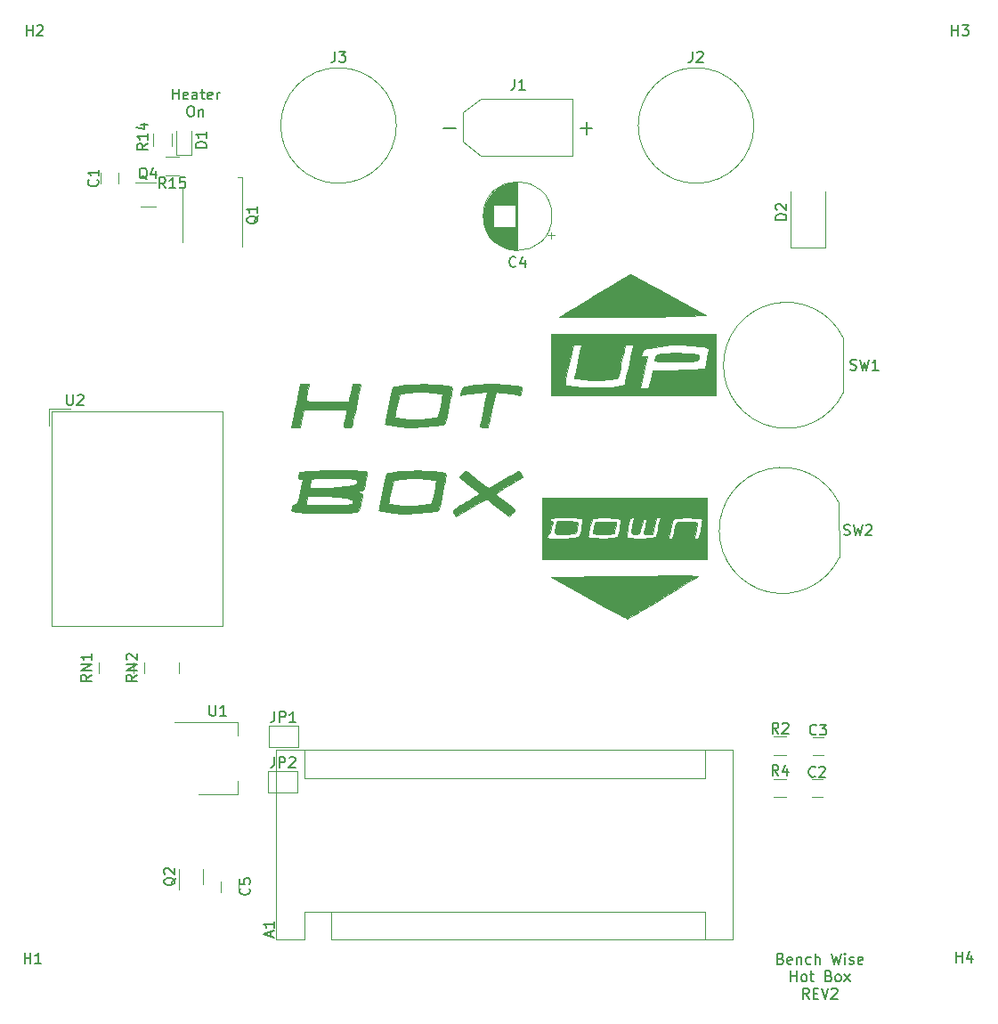
<source format=gto>
G04 #@! TF.GenerationSoftware,KiCad,Pcbnew,5.1.4+dfsg1-1*
G04 #@! TF.CreationDate,2020-12-14T22:30:58-06:00*
G04 #@! TF.ProjectId,HotBox,486f7442-6f78-42e6-9b69-6361645f7063,2*
G04 #@! TF.SameCoordinates,Original*
G04 #@! TF.FileFunction,Legend,Top*
G04 #@! TF.FilePolarity,Positive*
%FSLAX46Y46*%
G04 Gerber Fmt 4.6, Leading zero omitted, Abs format (unit mm)*
G04 Created by KiCad (PCBNEW 5.1.4+dfsg1-1) date 2020-12-14 22:30:58*
%MOMM*%
%LPD*%
G04 APERTURE LIST*
%ADD10C,0.150000*%
%ADD11C,0.010000*%
%ADD12C,0.120000*%
G04 APERTURE END LIST*
D10*
X173930714Y-138547571D02*
X174073571Y-138595190D01*
X174121190Y-138642809D01*
X174168809Y-138738047D01*
X174168809Y-138880904D01*
X174121190Y-138976142D01*
X174073571Y-139023761D01*
X173978333Y-139071380D01*
X173597380Y-139071380D01*
X173597380Y-138071380D01*
X173930714Y-138071380D01*
X174025952Y-138119000D01*
X174073571Y-138166619D01*
X174121190Y-138261857D01*
X174121190Y-138357095D01*
X174073571Y-138452333D01*
X174025952Y-138499952D01*
X173930714Y-138547571D01*
X173597380Y-138547571D01*
X174978333Y-139023761D02*
X174883095Y-139071380D01*
X174692619Y-139071380D01*
X174597380Y-139023761D01*
X174549761Y-138928523D01*
X174549761Y-138547571D01*
X174597380Y-138452333D01*
X174692619Y-138404714D01*
X174883095Y-138404714D01*
X174978333Y-138452333D01*
X175025952Y-138547571D01*
X175025952Y-138642809D01*
X174549761Y-138738047D01*
X175454523Y-138404714D02*
X175454523Y-139071380D01*
X175454523Y-138499952D02*
X175502142Y-138452333D01*
X175597380Y-138404714D01*
X175740238Y-138404714D01*
X175835476Y-138452333D01*
X175883095Y-138547571D01*
X175883095Y-139071380D01*
X176787857Y-139023761D02*
X176692619Y-139071380D01*
X176502142Y-139071380D01*
X176406904Y-139023761D01*
X176359285Y-138976142D01*
X176311666Y-138880904D01*
X176311666Y-138595190D01*
X176359285Y-138499952D01*
X176406904Y-138452333D01*
X176502142Y-138404714D01*
X176692619Y-138404714D01*
X176787857Y-138452333D01*
X177216428Y-139071380D02*
X177216428Y-138071380D01*
X177645000Y-139071380D02*
X177645000Y-138547571D01*
X177597380Y-138452333D01*
X177502142Y-138404714D01*
X177359285Y-138404714D01*
X177264047Y-138452333D01*
X177216428Y-138499952D01*
X178787857Y-138071380D02*
X179025952Y-139071380D01*
X179216428Y-138357095D01*
X179406904Y-139071380D01*
X179645000Y-138071380D01*
X180025952Y-139071380D02*
X180025952Y-138404714D01*
X180025952Y-138071380D02*
X179978333Y-138119000D01*
X180025952Y-138166619D01*
X180073571Y-138119000D01*
X180025952Y-138071380D01*
X180025952Y-138166619D01*
X180454523Y-139023761D02*
X180549761Y-139071380D01*
X180740238Y-139071380D01*
X180835476Y-139023761D01*
X180883095Y-138928523D01*
X180883095Y-138880904D01*
X180835476Y-138785666D01*
X180740238Y-138738047D01*
X180597380Y-138738047D01*
X180502142Y-138690428D01*
X180454523Y-138595190D01*
X180454523Y-138547571D01*
X180502142Y-138452333D01*
X180597380Y-138404714D01*
X180740238Y-138404714D01*
X180835476Y-138452333D01*
X181692619Y-139023761D02*
X181597380Y-139071380D01*
X181406904Y-139071380D01*
X181311666Y-139023761D01*
X181264047Y-138928523D01*
X181264047Y-138547571D01*
X181311666Y-138452333D01*
X181406904Y-138404714D01*
X181597380Y-138404714D01*
X181692619Y-138452333D01*
X181740238Y-138547571D01*
X181740238Y-138642809D01*
X181264047Y-138738047D01*
X174883095Y-140721380D02*
X174883095Y-139721380D01*
X174883095Y-140197571D02*
X175454523Y-140197571D01*
X175454523Y-140721380D02*
X175454523Y-139721380D01*
X176073571Y-140721380D02*
X175978333Y-140673761D01*
X175930714Y-140626142D01*
X175883095Y-140530904D01*
X175883095Y-140245190D01*
X175930714Y-140149952D01*
X175978333Y-140102333D01*
X176073571Y-140054714D01*
X176216428Y-140054714D01*
X176311666Y-140102333D01*
X176359285Y-140149952D01*
X176406904Y-140245190D01*
X176406904Y-140530904D01*
X176359285Y-140626142D01*
X176311666Y-140673761D01*
X176216428Y-140721380D01*
X176073571Y-140721380D01*
X176692619Y-140054714D02*
X177073571Y-140054714D01*
X176835476Y-139721380D02*
X176835476Y-140578523D01*
X176883095Y-140673761D01*
X176978333Y-140721380D01*
X177073571Y-140721380D01*
X178502142Y-140197571D02*
X178645000Y-140245190D01*
X178692619Y-140292809D01*
X178740238Y-140388047D01*
X178740238Y-140530904D01*
X178692619Y-140626142D01*
X178645000Y-140673761D01*
X178549761Y-140721380D01*
X178168809Y-140721380D01*
X178168809Y-139721380D01*
X178502142Y-139721380D01*
X178597380Y-139769000D01*
X178645000Y-139816619D01*
X178692619Y-139911857D01*
X178692619Y-140007095D01*
X178645000Y-140102333D01*
X178597380Y-140149952D01*
X178502142Y-140197571D01*
X178168809Y-140197571D01*
X179311666Y-140721380D02*
X179216428Y-140673761D01*
X179168809Y-140626142D01*
X179121190Y-140530904D01*
X179121190Y-140245190D01*
X179168809Y-140149952D01*
X179216428Y-140102333D01*
X179311666Y-140054714D01*
X179454523Y-140054714D01*
X179549761Y-140102333D01*
X179597380Y-140149952D01*
X179645000Y-140245190D01*
X179645000Y-140530904D01*
X179597380Y-140626142D01*
X179549761Y-140673761D01*
X179454523Y-140721380D01*
X179311666Y-140721380D01*
X179978333Y-140721380D02*
X180502142Y-140054714D01*
X179978333Y-140054714D02*
X180502142Y-140721380D01*
X176597380Y-142371380D02*
X176264047Y-141895190D01*
X176025952Y-142371380D02*
X176025952Y-141371380D01*
X176406904Y-141371380D01*
X176502142Y-141419000D01*
X176549761Y-141466619D01*
X176597380Y-141561857D01*
X176597380Y-141704714D01*
X176549761Y-141799952D01*
X176502142Y-141847571D01*
X176406904Y-141895190D01*
X176025952Y-141895190D01*
X177025952Y-141847571D02*
X177359285Y-141847571D01*
X177502142Y-142371380D02*
X177025952Y-142371380D01*
X177025952Y-141371380D01*
X177502142Y-141371380D01*
X177787857Y-141371380D02*
X178121190Y-142371380D01*
X178454523Y-141371380D01*
X178740238Y-141466619D02*
X178787857Y-141419000D01*
X178883095Y-141371380D01*
X179121190Y-141371380D01*
X179216428Y-141419000D01*
X179264047Y-141466619D01*
X179311666Y-141561857D01*
X179311666Y-141657095D01*
X179264047Y-141799952D01*
X178692619Y-142371380D01*
X179311666Y-142371380D01*
X116082023Y-56838380D02*
X116082023Y-55838380D01*
X116082023Y-56314571D02*
X116653452Y-56314571D01*
X116653452Y-56838380D02*
X116653452Y-55838380D01*
X117510595Y-56790761D02*
X117415357Y-56838380D01*
X117224880Y-56838380D01*
X117129642Y-56790761D01*
X117082023Y-56695523D01*
X117082023Y-56314571D01*
X117129642Y-56219333D01*
X117224880Y-56171714D01*
X117415357Y-56171714D01*
X117510595Y-56219333D01*
X117558214Y-56314571D01*
X117558214Y-56409809D01*
X117082023Y-56505047D01*
X118415357Y-56838380D02*
X118415357Y-56314571D01*
X118367738Y-56219333D01*
X118272500Y-56171714D01*
X118082023Y-56171714D01*
X117986785Y-56219333D01*
X118415357Y-56790761D02*
X118320119Y-56838380D01*
X118082023Y-56838380D01*
X117986785Y-56790761D01*
X117939166Y-56695523D01*
X117939166Y-56600285D01*
X117986785Y-56505047D01*
X118082023Y-56457428D01*
X118320119Y-56457428D01*
X118415357Y-56409809D01*
X118748690Y-56171714D02*
X119129642Y-56171714D01*
X118891547Y-55838380D02*
X118891547Y-56695523D01*
X118939166Y-56790761D01*
X119034404Y-56838380D01*
X119129642Y-56838380D01*
X119843928Y-56790761D02*
X119748690Y-56838380D01*
X119558214Y-56838380D01*
X119462976Y-56790761D01*
X119415357Y-56695523D01*
X119415357Y-56314571D01*
X119462976Y-56219333D01*
X119558214Y-56171714D01*
X119748690Y-56171714D01*
X119843928Y-56219333D01*
X119891547Y-56314571D01*
X119891547Y-56409809D01*
X119415357Y-56505047D01*
X120320119Y-56838380D02*
X120320119Y-56171714D01*
X120320119Y-56362190D02*
X120367738Y-56266952D01*
X120415357Y-56219333D01*
X120510595Y-56171714D01*
X120605833Y-56171714D01*
X117724880Y-57488380D02*
X117915357Y-57488380D01*
X118010595Y-57536000D01*
X118105833Y-57631238D01*
X118153452Y-57821714D01*
X118153452Y-58155047D01*
X118105833Y-58345523D01*
X118010595Y-58440761D01*
X117915357Y-58488380D01*
X117724880Y-58488380D01*
X117629642Y-58440761D01*
X117534404Y-58345523D01*
X117486785Y-58155047D01*
X117486785Y-57821714D01*
X117534404Y-57631238D01*
X117629642Y-57536000D01*
X117724880Y-57488380D01*
X118582023Y-57821714D02*
X118582023Y-58488380D01*
X118582023Y-57916952D02*
X118629642Y-57869333D01*
X118724880Y-57821714D01*
X118867738Y-57821714D01*
X118962976Y-57869333D01*
X119010595Y-57964571D01*
X119010595Y-58488380D01*
D11*
G36*
X164740718Y-80973714D02*
G01*
X165203861Y-80991753D01*
X165564634Y-81019668D01*
X165643500Y-81029592D01*
X165919285Y-81076407D01*
X166065869Y-81130279D01*
X166122745Y-81212969D01*
X166130334Y-81297834D01*
X166129710Y-81439895D01*
X166114995Y-81549751D01*
X166066922Y-81631538D01*
X165966226Y-81689390D01*
X165793640Y-81727441D01*
X165529898Y-81749827D01*
X165155733Y-81760681D01*
X164651879Y-81764139D01*
X163999071Y-81764335D01*
X163956570Y-81764333D01*
X163311438Y-81763630D01*
X162816476Y-81760587D01*
X162452524Y-81753807D01*
X162200419Y-81741891D01*
X162041003Y-81723439D01*
X161955113Y-81697054D01*
X161923589Y-81661335D01*
X161926910Y-81616166D01*
X161984970Y-81410298D01*
X162021544Y-81282048D01*
X162100562Y-81153590D01*
X162274983Y-81072213D01*
X162472762Y-81030957D01*
X162769196Y-80999914D01*
X163189446Y-80978649D01*
X163688274Y-80967181D01*
X164220444Y-80965529D01*
X164740718Y-80973714D01*
X164740718Y-80973714D01*
G37*
X164740718Y-80973714D02*
X165203861Y-80991753D01*
X165564634Y-81019668D01*
X165643500Y-81029592D01*
X165919285Y-81076407D01*
X166065869Y-81130279D01*
X166122745Y-81212969D01*
X166130334Y-81297834D01*
X166129710Y-81439895D01*
X166114995Y-81549751D01*
X166066922Y-81631538D01*
X165966226Y-81689390D01*
X165793640Y-81727441D01*
X165529898Y-81749827D01*
X165155733Y-81760681D01*
X164651879Y-81764139D01*
X163999071Y-81764335D01*
X163956570Y-81764333D01*
X163311438Y-81763630D01*
X162816476Y-81760587D01*
X162452524Y-81753807D01*
X162200419Y-81741891D01*
X162041003Y-81723439D01*
X161955113Y-81697054D01*
X161923589Y-81661335D01*
X161926910Y-81616166D01*
X161984970Y-81410298D01*
X162021544Y-81282048D01*
X162100562Y-81153590D01*
X162274983Y-81072213D01*
X162472762Y-81030957D01*
X162769196Y-80999914D01*
X163189446Y-80978649D01*
X163688274Y-80967181D01*
X164220444Y-80965529D01*
X164740718Y-80973714D01*
G36*
X159728562Y-73506625D02*
G01*
X159944469Y-73620230D01*
X160279469Y-73799911D01*
X160719000Y-74037761D01*
X161248500Y-74325875D01*
X161853406Y-74656349D01*
X162519156Y-75021277D01*
X163231187Y-75412753D01*
X163272496Y-75435499D01*
X166847072Y-77404000D01*
X164816536Y-77457793D01*
X164138693Y-77474150D01*
X163381609Y-77489605D01*
X162560541Y-77504053D01*
X161690744Y-77517391D01*
X160787474Y-77529515D01*
X159865986Y-77540321D01*
X158941537Y-77549707D01*
X158029382Y-77557566D01*
X157144776Y-77563797D01*
X156302975Y-77568294D01*
X155519235Y-77570955D01*
X154808812Y-77571676D01*
X154186961Y-77570352D01*
X153668938Y-77566879D01*
X153269998Y-77561155D01*
X153005397Y-77553075D01*
X152890392Y-77542535D01*
X152887234Y-77538972D01*
X152977201Y-77478600D01*
X153193092Y-77343164D01*
X153517390Y-77143219D01*
X153932575Y-76889318D01*
X154421130Y-76592015D01*
X154965534Y-76261864D01*
X155548270Y-75909420D01*
X156151819Y-75545237D01*
X156758662Y-75179868D01*
X157351281Y-74823868D01*
X157912155Y-74487791D01*
X158423768Y-74182191D01*
X158868600Y-73917621D01*
X159229132Y-73704637D01*
X159487845Y-73553792D01*
X159627222Y-73475640D01*
X159646310Y-73466999D01*
X159728562Y-73506625D01*
X159728562Y-73506625D01*
G37*
X159728562Y-73506625D02*
X159944469Y-73620230D01*
X160279469Y-73799911D01*
X160719000Y-74037761D01*
X161248500Y-74325875D01*
X161853406Y-74656349D01*
X162519156Y-75021277D01*
X163231187Y-75412753D01*
X163272496Y-75435499D01*
X166847072Y-77404000D01*
X164816536Y-77457793D01*
X164138693Y-77474150D01*
X163381609Y-77489605D01*
X162560541Y-77504053D01*
X161690744Y-77517391D01*
X160787474Y-77529515D01*
X159865986Y-77540321D01*
X158941537Y-77549707D01*
X158029382Y-77557566D01*
X157144776Y-77563797D01*
X156302975Y-77568294D01*
X155519235Y-77570955D01*
X154808812Y-77571676D01*
X154186961Y-77570352D01*
X153668938Y-77566879D01*
X153269998Y-77561155D01*
X153005397Y-77553075D01*
X152890392Y-77542535D01*
X152887234Y-77538972D01*
X152977201Y-77478600D01*
X153193092Y-77343164D01*
X153517390Y-77143219D01*
X153932575Y-76889318D01*
X154421130Y-76592015D01*
X154965534Y-76261864D01*
X155548270Y-75909420D01*
X156151819Y-75545237D01*
X156758662Y-75179868D01*
X157351281Y-74823868D01*
X157912155Y-74487791D01*
X158423768Y-74182191D01*
X158868600Y-73917621D01*
X159229132Y-73704637D01*
X159487845Y-73553792D01*
X159627222Y-73475640D01*
X159646310Y-73466999D01*
X159728562Y-73506625D01*
G36*
X167739000Y-84981666D02*
G01*
X152075667Y-84981666D01*
X152075667Y-84304333D01*
X160569613Y-84304333D01*
X160972579Y-84304333D01*
X161217664Y-84296626D01*
X161344905Y-84252986D01*
X161405715Y-84142634D01*
X161432201Y-84029166D01*
X161480654Y-83799888D01*
X161549578Y-83480864D01*
X161612189Y-83195071D01*
X161735521Y-82636142D01*
X163827094Y-82581998D01*
X164429318Y-82564698D01*
X164996288Y-82545216D01*
X165499212Y-82524791D01*
X165909294Y-82504663D01*
X166197740Y-82486069D01*
X166306955Y-82475314D01*
X166695243Y-82422773D01*
X166906245Y-81459642D01*
X167000071Y-81040363D01*
X167053073Y-80757267D01*
X167049699Y-80579101D01*
X166974400Y-80474610D01*
X166811626Y-80412542D01*
X166545826Y-80361642D01*
X166342000Y-80325599D01*
X165457248Y-80212180D01*
X164470976Y-80171790D01*
X163433746Y-80203002D01*
X162396124Y-80304385D01*
X161460107Y-80463545D01*
X161134953Y-80534871D01*
X160936919Y-80595955D01*
X160827398Y-80671311D01*
X160767782Y-80785457D01*
X160728277Y-80928270D01*
X160645005Y-81256333D01*
X160932336Y-81256333D01*
X161124750Y-81262179D01*
X161218022Y-81276496D01*
X161219667Y-81278912D01*
X161202639Y-81364767D01*
X161155326Y-81589571D01*
X161083386Y-81926797D01*
X160992476Y-82349917D01*
X160894640Y-82802912D01*
X160569613Y-84304333D01*
X152075667Y-84304333D01*
X152075667Y-83955793D01*
X153415572Y-83955793D01*
X153419667Y-83984809D01*
X153522641Y-84021428D01*
X153755918Y-84072177D01*
X154081852Y-84129578D01*
X154363876Y-84172411D01*
X154958748Y-84232073D01*
X155663096Y-84263257D01*
X156419580Y-84266567D01*
X157170858Y-84242609D01*
X157859590Y-84191988D01*
X158341000Y-84130428D01*
X158654190Y-84073420D01*
X158900262Y-84018003D01*
X159032791Y-83974843D01*
X159040452Y-83969704D01*
X159074046Y-83876333D01*
X159135558Y-83646504D01*
X159218438Y-83309547D01*
X159316139Y-82894793D01*
X159422113Y-82431574D01*
X159529812Y-81949219D01*
X159632687Y-81477059D01*
X159724192Y-81044426D01*
X159797777Y-80680649D01*
X159846895Y-80415060D01*
X159864998Y-80276989D01*
X159865000Y-80276291D01*
X159805849Y-80194373D01*
X159613196Y-80158665D01*
X159492499Y-80155666D01*
X159119998Y-80155666D01*
X158986358Y-80769500D01*
X158910907Y-81118074D01*
X158814823Y-81564836D01*
X158712593Y-82042325D01*
X158649111Y-82340025D01*
X158566085Y-82720154D01*
X158493360Y-83034724D01*
X158439117Y-83249534D01*
X158412404Y-83329818D01*
X158305552Y-83363028D01*
X158069230Y-83402085D01*
X157743011Y-83442909D01*
X157366466Y-83481419D01*
X156979169Y-83513536D01*
X156620691Y-83535179D01*
X156351334Y-83542333D01*
X156088999Y-83534577D01*
X155750416Y-83513861D01*
X155375527Y-83484010D01*
X155004274Y-83448849D01*
X154676600Y-83412204D01*
X154432445Y-83377901D01*
X154311752Y-83349765D01*
X154306975Y-83346530D01*
X154318797Y-83262762D01*
X154361568Y-83039757D01*
X154429966Y-82703681D01*
X154518668Y-82280700D01*
X154620310Y-81806404D01*
X154725104Y-81319102D01*
X154816392Y-80888825D01*
X154888472Y-80542937D01*
X154935638Y-80308802D01*
X154952183Y-80214527D01*
X154877981Y-80179541D01*
X154686988Y-80167524D01*
X154558703Y-80172194D01*
X154163072Y-80198000D01*
X153762660Y-82060666D01*
X153649721Y-82600036D01*
X153554205Y-83083570D01*
X153480449Y-83486931D01*
X153432792Y-83785784D01*
X153415572Y-83955793D01*
X152075667Y-83955793D01*
X152075667Y-79139666D01*
X167739000Y-79139666D01*
X167739000Y-84981666D01*
X167739000Y-84981666D01*
G37*
X167739000Y-84981666D02*
X152075667Y-84981666D01*
X152075667Y-84304333D01*
X160569613Y-84304333D01*
X160972579Y-84304333D01*
X161217664Y-84296626D01*
X161344905Y-84252986D01*
X161405715Y-84142634D01*
X161432201Y-84029166D01*
X161480654Y-83799888D01*
X161549578Y-83480864D01*
X161612189Y-83195071D01*
X161735521Y-82636142D01*
X163827094Y-82581998D01*
X164429318Y-82564698D01*
X164996288Y-82545216D01*
X165499212Y-82524791D01*
X165909294Y-82504663D01*
X166197740Y-82486069D01*
X166306955Y-82475314D01*
X166695243Y-82422773D01*
X166906245Y-81459642D01*
X167000071Y-81040363D01*
X167053073Y-80757267D01*
X167049699Y-80579101D01*
X166974400Y-80474610D01*
X166811626Y-80412542D01*
X166545826Y-80361642D01*
X166342000Y-80325599D01*
X165457248Y-80212180D01*
X164470976Y-80171790D01*
X163433746Y-80203002D01*
X162396124Y-80304385D01*
X161460107Y-80463545D01*
X161134953Y-80534871D01*
X160936919Y-80595955D01*
X160827398Y-80671311D01*
X160767782Y-80785457D01*
X160728277Y-80928270D01*
X160645005Y-81256333D01*
X160932336Y-81256333D01*
X161124750Y-81262179D01*
X161218022Y-81276496D01*
X161219667Y-81278912D01*
X161202639Y-81364767D01*
X161155326Y-81589571D01*
X161083386Y-81926797D01*
X160992476Y-82349917D01*
X160894640Y-82802912D01*
X160569613Y-84304333D01*
X152075667Y-84304333D01*
X152075667Y-83955793D01*
X153415572Y-83955793D01*
X153419667Y-83984809D01*
X153522641Y-84021428D01*
X153755918Y-84072177D01*
X154081852Y-84129578D01*
X154363876Y-84172411D01*
X154958748Y-84232073D01*
X155663096Y-84263257D01*
X156419580Y-84266567D01*
X157170858Y-84242609D01*
X157859590Y-84191988D01*
X158341000Y-84130428D01*
X158654190Y-84073420D01*
X158900262Y-84018003D01*
X159032791Y-83974843D01*
X159040452Y-83969704D01*
X159074046Y-83876333D01*
X159135558Y-83646504D01*
X159218438Y-83309547D01*
X159316139Y-82894793D01*
X159422113Y-82431574D01*
X159529812Y-81949219D01*
X159632687Y-81477059D01*
X159724192Y-81044426D01*
X159797777Y-80680649D01*
X159846895Y-80415060D01*
X159864998Y-80276989D01*
X159865000Y-80276291D01*
X159805849Y-80194373D01*
X159613196Y-80158665D01*
X159492499Y-80155666D01*
X159119998Y-80155666D01*
X158986358Y-80769500D01*
X158910907Y-81118074D01*
X158814823Y-81564836D01*
X158712593Y-82042325D01*
X158649111Y-82340025D01*
X158566085Y-82720154D01*
X158493360Y-83034724D01*
X158439117Y-83249534D01*
X158412404Y-83329818D01*
X158305552Y-83363028D01*
X158069230Y-83402085D01*
X157743011Y-83442909D01*
X157366466Y-83481419D01*
X156979169Y-83513536D01*
X156620691Y-83535179D01*
X156351334Y-83542333D01*
X156088999Y-83534577D01*
X155750416Y-83513861D01*
X155375527Y-83484010D01*
X155004274Y-83448849D01*
X154676600Y-83412204D01*
X154432445Y-83377901D01*
X154311752Y-83349765D01*
X154306975Y-83346530D01*
X154318797Y-83262762D01*
X154361568Y-83039757D01*
X154429966Y-82703681D01*
X154518668Y-82280700D01*
X154620310Y-81806404D01*
X154725104Y-81319102D01*
X154816392Y-80888825D01*
X154888472Y-80542937D01*
X154935638Y-80308802D01*
X154952183Y-80214527D01*
X154877981Y-80179541D01*
X154686988Y-80167524D01*
X154558703Y-80172194D01*
X154163072Y-80198000D01*
X153762660Y-82060666D01*
X153649721Y-82600036D01*
X153554205Y-83083570D01*
X153480449Y-83486931D01*
X153432792Y-83785784D01*
X153415572Y-83955793D01*
X152075667Y-83955793D01*
X152075667Y-79139666D01*
X167739000Y-79139666D01*
X167739000Y-84981666D01*
G36*
X152672410Y-98176899D02*
G01*
X152500109Y-98135830D01*
X152427528Y-98039319D01*
X152431472Y-97867750D01*
X152488750Y-97601503D01*
X152529927Y-97427667D01*
X152638346Y-96962000D01*
X153309506Y-96951300D01*
X153683495Y-96952937D01*
X154038971Y-96967276D01*
X154303607Y-96991285D01*
X154319333Y-96993634D01*
X154534643Y-97038116D01*
X154624933Y-97108684D01*
X154633670Y-97248343D01*
X154628191Y-97299207D01*
X154579506Y-97560781D01*
X154503259Y-97842493D01*
X154500968Y-97849541D01*
X154403554Y-98147334D01*
X153408943Y-98171187D01*
X152967624Y-98182146D01*
X152672410Y-98176899D01*
X152672410Y-98176899D01*
G37*
X152672410Y-98176899D02*
X152500109Y-98135830D01*
X152427528Y-98039319D01*
X152431472Y-97867750D01*
X152488750Y-97601503D01*
X152529927Y-97427667D01*
X152638346Y-96962000D01*
X153309506Y-96951300D01*
X153683495Y-96952937D01*
X154038971Y-96967276D01*
X154303607Y-96991285D01*
X154319333Y-96993634D01*
X154534643Y-97038116D01*
X154624933Y-97108684D01*
X154633670Y-97248343D01*
X154628191Y-97299207D01*
X154579506Y-97560781D01*
X154503259Y-97842493D01*
X154500968Y-97849541D01*
X154403554Y-98147334D01*
X153408943Y-98171187D01*
X152967624Y-98182146D01*
X152672410Y-98176899D01*
G36*
X156690224Y-98185573D02*
G01*
X156386955Y-98160419D01*
X156172349Y-98121184D01*
X156090172Y-98074537D01*
X156085259Y-97932668D01*
X156119813Y-97690932D01*
X156161475Y-97503037D01*
X156276958Y-97046667D01*
X157249992Y-97022958D01*
X157639247Y-97017691D01*
X157963544Y-97021247D01*
X158187146Y-97032704D01*
X158273154Y-97049377D01*
X158281874Y-97151909D01*
X158254373Y-97360113D01*
X158202570Y-97617316D01*
X158138385Y-97866846D01*
X158073737Y-98052029D01*
X158054474Y-98089132D01*
X157943049Y-98139098D01*
X157708567Y-98173410D01*
X157393374Y-98192383D01*
X157039811Y-98196333D01*
X156690224Y-98185573D01*
X156690224Y-98185573D01*
G37*
X156690224Y-98185573D02*
X156386955Y-98160419D01*
X156172349Y-98121184D01*
X156090172Y-98074537D01*
X156085259Y-97932668D01*
X156119813Y-97690932D01*
X156161475Y-97503037D01*
X156276958Y-97046667D01*
X157249992Y-97022958D01*
X157639247Y-97017691D01*
X157963544Y-97021247D01*
X158187146Y-97032704D01*
X158273154Y-97049377D01*
X158281874Y-97151909D01*
X158254373Y-97360113D01*
X158202570Y-97617316D01*
X158138385Y-97866846D01*
X158073737Y-98052029D01*
X158054474Y-98089132D01*
X157943049Y-98139098D01*
X157708567Y-98173410D01*
X157393374Y-98192383D01*
X157039811Y-98196333D01*
X156690224Y-98185573D01*
G36*
X159239438Y-106193375D02*
G01*
X159023531Y-106079770D01*
X158688531Y-105900089D01*
X158249000Y-105662239D01*
X157719500Y-105374125D01*
X157114594Y-105043651D01*
X156448844Y-104678723D01*
X155736813Y-104287247D01*
X155695504Y-104264501D01*
X152120928Y-102296000D01*
X154151464Y-102242207D01*
X154829307Y-102225850D01*
X155586391Y-102210395D01*
X156407459Y-102195947D01*
X157277256Y-102182609D01*
X158180526Y-102170485D01*
X159102014Y-102159679D01*
X160026463Y-102150293D01*
X160938618Y-102142434D01*
X161823224Y-102136203D01*
X162665025Y-102131706D01*
X163448765Y-102129045D01*
X164159188Y-102128324D01*
X164781039Y-102129648D01*
X165299062Y-102133121D01*
X165698002Y-102138845D01*
X165962603Y-102146925D01*
X166077608Y-102157465D01*
X166080766Y-102161028D01*
X165990799Y-102221400D01*
X165774908Y-102356836D01*
X165450610Y-102556781D01*
X165035425Y-102810682D01*
X164546870Y-103107985D01*
X164002466Y-103438136D01*
X163419730Y-103790580D01*
X162816181Y-104154763D01*
X162209338Y-104520132D01*
X161616719Y-104876132D01*
X161055845Y-105212209D01*
X160544232Y-105517809D01*
X160099400Y-105782379D01*
X159738868Y-105995363D01*
X159480155Y-106146208D01*
X159340778Y-106224360D01*
X159321690Y-106233001D01*
X159239438Y-106193375D01*
X159239438Y-106193375D01*
G37*
X159239438Y-106193375D02*
X159023531Y-106079770D01*
X158688531Y-105900089D01*
X158249000Y-105662239D01*
X157719500Y-105374125D01*
X157114594Y-105043651D01*
X156448844Y-104678723D01*
X155736813Y-104287247D01*
X155695504Y-104264501D01*
X152120928Y-102296000D01*
X154151464Y-102242207D01*
X154829307Y-102225850D01*
X155586391Y-102210395D01*
X156407459Y-102195947D01*
X157277256Y-102182609D01*
X158180526Y-102170485D01*
X159102014Y-102159679D01*
X160026463Y-102150293D01*
X160938618Y-102142434D01*
X161823224Y-102136203D01*
X162665025Y-102131706D01*
X163448765Y-102129045D01*
X164159188Y-102128324D01*
X164781039Y-102129648D01*
X165299062Y-102133121D01*
X165698002Y-102138845D01*
X165962603Y-102146925D01*
X166077608Y-102157465D01*
X166080766Y-102161028D01*
X165990799Y-102221400D01*
X165774908Y-102356836D01*
X165450610Y-102556781D01*
X165035425Y-102810682D01*
X164546870Y-103107985D01*
X164002466Y-103438136D01*
X163419730Y-103790580D01*
X162816181Y-104154763D01*
X162209338Y-104520132D01*
X161616719Y-104876132D01*
X161055845Y-105212209D01*
X160544232Y-105517809D01*
X160099400Y-105782379D01*
X159738868Y-105995363D01*
X159480155Y-106146208D01*
X159340778Y-106224360D01*
X159321690Y-106233001D01*
X159239438Y-106193375D01*
G36*
X151229000Y-94718334D02*
G01*
X166892333Y-94718334D01*
X166892333Y-96581000D01*
X162471862Y-96581000D01*
X162276048Y-96581000D01*
X162182280Y-96595249D01*
X162110473Y-96658171D01*
X162046368Y-96800026D01*
X161975703Y-97051078D01*
X161897000Y-97385334D01*
X161713766Y-98189667D01*
X161295770Y-98189667D01*
X161048698Y-98183442D01*
X160932316Y-98151685D01*
X160908086Y-98074771D01*
X160921660Y-97999167D01*
X160963409Y-97816369D01*
X161027123Y-97535713D01*
X161085097Y-97279500D01*
X161204649Y-96750334D01*
X161006845Y-96750334D01*
X160906500Y-96765740D01*
X160832290Y-96833606D01*
X160767733Y-96986405D01*
X160696345Y-97256612D01*
X160652276Y-97448834D01*
X160495511Y-98147334D01*
X160095589Y-98173139D01*
X159883955Y-98180873D01*
X159756974Y-98151582D01*
X159704684Y-98056333D01*
X159717124Y-97866194D01*
X159784333Y-97552231D01*
X159824360Y-97385334D01*
X159907947Y-97012696D01*
X159940894Y-96774154D01*
X159921729Y-96641768D01*
X159848977Y-96587594D01*
X159781946Y-96581000D01*
X159623664Y-96656341D01*
X159564504Y-96779110D01*
X159562490Y-96787544D01*
X158736851Y-96787544D01*
X158732065Y-96774511D01*
X158591959Y-96717776D01*
X158321154Y-96672195D01*
X157957983Y-96638762D01*
X157540775Y-96618469D01*
X157107861Y-96612309D01*
X156697572Y-96621274D01*
X156348238Y-96646357D01*
X156098190Y-96688550D01*
X156047524Y-96704985D01*
X155988685Y-96778623D01*
X155087616Y-96778623D01*
X155087125Y-96777229D01*
X155032414Y-96716584D01*
X154908244Y-96671657D01*
X154695030Y-96640701D01*
X154373183Y-96621973D01*
X153923118Y-96613728D01*
X153325249Y-96614220D01*
X153262063Y-96614643D01*
X152779452Y-96619943D01*
X152440422Y-96630008D01*
X152219228Y-96648058D01*
X152090125Y-96677310D01*
X152027366Y-96720981D01*
X152007021Y-96771500D01*
X152040128Y-96897442D01*
X152117497Y-96919667D01*
X152218959Y-96973979D01*
X152214398Y-97067834D01*
X152174135Y-97229565D01*
X152114511Y-97490724D01*
X152068220Y-97702834D01*
X151994968Y-97968537D01*
X151914500Y-98143773D01*
X151859585Y-98189667D01*
X151744564Y-98262242D01*
X151665184Y-98431935D01*
X151652333Y-98535259D01*
X151731297Y-98575433D01*
X151946799Y-98601263D01*
X152266759Y-98613921D01*
X152659096Y-98614580D01*
X153091726Y-98604415D01*
X153532570Y-98584597D01*
X153949544Y-98556300D01*
X154310569Y-98520697D01*
X154583561Y-98478962D01*
X154736439Y-98432268D01*
X154750253Y-98421970D01*
X154796009Y-98312106D01*
X154858657Y-98082104D01*
X154928549Y-97779067D01*
X154996039Y-97450098D01*
X155051479Y-97142299D01*
X155085220Y-96902773D01*
X155087616Y-96778623D01*
X155988685Y-96778623D01*
X155955254Y-96820461D01*
X155854553Y-97099145D01*
X155744423Y-97543844D01*
X155736753Y-97579313D01*
X155665299Y-97929422D01*
X155614566Y-98212116D01*
X155590787Y-98390471D01*
X155592706Y-98432929D01*
X155746197Y-98499593D01*
X156029476Y-98548221D01*
X156403983Y-98578989D01*
X156831156Y-98592077D01*
X157272433Y-98587662D01*
X157689253Y-98565923D01*
X158043053Y-98527037D01*
X158295273Y-98471182D01*
X158392890Y-98419999D01*
X158438381Y-98312779D01*
X158500422Y-98089173D01*
X158569811Y-97793816D01*
X158637348Y-97471342D01*
X158693834Y-97166382D01*
X158730068Y-96923572D01*
X158736851Y-96787544D01*
X159562490Y-96787544D01*
X159484629Y-97113518D01*
X159404463Y-97476079D01*
X159331720Y-97828070D01*
X159274114Y-98130771D01*
X159239357Y-98345460D01*
X159234996Y-98433255D01*
X159387335Y-98501595D01*
X159669515Y-98551236D01*
X160043106Y-98582411D01*
X160469678Y-98595351D01*
X160910800Y-98590289D01*
X161328042Y-98567458D01*
X161682974Y-98527091D01*
X161937165Y-98469420D01*
X162037256Y-98416300D01*
X162074084Y-98318158D01*
X162135796Y-98090510D01*
X162213069Y-97769693D01*
X162278997Y-97474212D01*
X162471862Y-96581000D01*
X166892333Y-96581000D01*
X166892333Y-96838504D01*
X166438931Y-96838504D01*
X166432710Y-96770489D01*
X166291801Y-96713665D01*
X166020181Y-96669393D01*
X165656068Y-96638524D01*
X165237682Y-96621911D01*
X164803241Y-96620405D01*
X164390962Y-96634858D01*
X164039064Y-96666123D01*
X163797037Y-96711730D01*
X163733445Y-96737864D01*
X163679269Y-96790591D01*
X163627730Y-96891973D01*
X163572050Y-97064072D01*
X163505450Y-97328950D01*
X163421153Y-97708668D01*
X163312380Y-98225290D01*
X163271426Y-98422500D01*
X163272101Y-98566535D01*
X163387419Y-98611722D01*
X163436087Y-98613000D01*
X163536244Y-98600146D01*
X163609015Y-98540335D01*
X163669795Y-98401692D01*
X163733977Y-98152343D01*
X163793886Y-97872167D01*
X163872727Y-97534736D01*
X163952882Y-97262475D01*
X164021359Y-97097083D01*
X164044095Y-97069130D01*
X164172961Y-97040252D01*
X164424697Y-97020622D01*
X164753090Y-97010213D01*
X165111931Y-97008996D01*
X165455010Y-97016943D01*
X165736115Y-97034026D01*
X165909037Y-97060216D01*
X165933624Y-97070290D01*
X165975516Y-97149943D01*
X165970431Y-97324507D01*
X165916175Y-97620743D01*
X165873016Y-97809827D01*
X165785766Y-98179112D01*
X165736590Y-98413616D01*
X165726683Y-98543823D01*
X165757242Y-98600222D01*
X165829463Y-98613298D01*
X165904533Y-98613000D01*
X165994487Y-98600685D01*
X166063513Y-98544466D01*
X166124155Y-98415438D01*
X166188958Y-98184694D01*
X166270467Y-97823327D01*
X166293150Y-97717506D01*
X166366397Y-97348752D01*
X166416767Y-97043697D01*
X166438931Y-96838504D01*
X166892333Y-96838504D01*
X166892333Y-100560334D01*
X151229000Y-100560334D01*
X151229000Y-94718334D01*
X151229000Y-94718334D01*
G37*
X151229000Y-94718334D02*
X166892333Y-94718334D01*
X166892333Y-96581000D01*
X162471862Y-96581000D01*
X162276048Y-96581000D01*
X162182280Y-96595249D01*
X162110473Y-96658171D01*
X162046368Y-96800026D01*
X161975703Y-97051078D01*
X161897000Y-97385334D01*
X161713766Y-98189667D01*
X161295770Y-98189667D01*
X161048698Y-98183442D01*
X160932316Y-98151685D01*
X160908086Y-98074771D01*
X160921660Y-97999167D01*
X160963409Y-97816369D01*
X161027123Y-97535713D01*
X161085097Y-97279500D01*
X161204649Y-96750334D01*
X161006845Y-96750334D01*
X160906500Y-96765740D01*
X160832290Y-96833606D01*
X160767733Y-96986405D01*
X160696345Y-97256612D01*
X160652276Y-97448834D01*
X160495511Y-98147334D01*
X160095589Y-98173139D01*
X159883955Y-98180873D01*
X159756974Y-98151582D01*
X159704684Y-98056333D01*
X159717124Y-97866194D01*
X159784333Y-97552231D01*
X159824360Y-97385334D01*
X159907947Y-97012696D01*
X159940894Y-96774154D01*
X159921729Y-96641768D01*
X159848977Y-96587594D01*
X159781946Y-96581000D01*
X159623664Y-96656341D01*
X159564504Y-96779110D01*
X159562490Y-96787544D01*
X158736851Y-96787544D01*
X158732065Y-96774511D01*
X158591959Y-96717776D01*
X158321154Y-96672195D01*
X157957983Y-96638762D01*
X157540775Y-96618469D01*
X157107861Y-96612309D01*
X156697572Y-96621274D01*
X156348238Y-96646357D01*
X156098190Y-96688550D01*
X156047524Y-96704985D01*
X155988685Y-96778623D01*
X155087616Y-96778623D01*
X155087125Y-96777229D01*
X155032414Y-96716584D01*
X154908244Y-96671657D01*
X154695030Y-96640701D01*
X154373183Y-96621973D01*
X153923118Y-96613728D01*
X153325249Y-96614220D01*
X153262063Y-96614643D01*
X152779452Y-96619943D01*
X152440422Y-96630008D01*
X152219228Y-96648058D01*
X152090125Y-96677310D01*
X152027366Y-96720981D01*
X152007021Y-96771500D01*
X152040128Y-96897442D01*
X152117497Y-96919667D01*
X152218959Y-96973979D01*
X152214398Y-97067834D01*
X152174135Y-97229565D01*
X152114511Y-97490724D01*
X152068220Y-97702834D01*
X151994968Y-97968537D01*
X151914500Y-98143773D01*
X151859585Y-98189667D01*
X151744564Y-98262242D01*
X151665184Y-98431935D01*
X151652333Y-98535259D01*
X151731297Y-98575433D01*
X151946799Y-98601263D01*
X152266759Y-98613921D01*
X152659096Y-98614580D01*
X153091726Y-98604415D01*
X153532570Y-98584597D01*
X153949544Y-98556300D01*
X154310569Y-98520697D01*
X154583561Y-98478962D01*
X154736439Y-98432268D01*
X154750253Y-98421970D01*
X154796009Y-98312106D01*
X154858657Y-98082104D01*
X154928549Y-97779067D01*
X154996039Y-97450098D01*
X155051479Y-97142299D01*
X155085220Y-96902773D01*
X155087616Y-96778623D01*
X155988685Y-96778623D01*
X155955254Y-96820461D01*
X155854553Y-97099145D01*
X155744423Y-97543844D01*
X155736753Y-97579313D01*
X155665299Y-97929422D01*
X155614566Y-98212116D01*
X155590787Y-98390471D01*
X155592706Y-98432929D01*
X155746197Y-98499593D01*
X156029476Y-98548221D01*
X156403983Y-98578989D01*
X156831156Y-98592077D01*
X157272433Y-98587662D01*
X157689253Y-98565923D01*
X158043053Y-98527037D01*
X158295273Y-98471182D01*
X158392890Y-98419999D01*
X158438381Y-98312779D01*
X158500422Y-98089173D01*
X158569811Y-97793816D01*
X158637348Y-97471342D01*
X158693834Y-97166382D01*
X158730068Y-96923572D01*
X158736851Y-96787544D01*
X159562490Y-96787544D01*
X159484629Y-97113518D01*
X159404463Y-97476079D01*
X159331720Y-97828070D01*
X159274114Y-98130771D01*
X159239357Y-98345460D01*
X159234996Y-98433255D01*
X159387335Y-98501595D01*
X159669515Y-98551236D01*
X160043106Y-98582411D01*
X160469678Y-98595351D01*
X160910800Y-98590289D01*
X161328042Y-98567458D01*
X161682974Y-98527091D01*
X161937165Y-98469420D01*
X162037256Y-98416300D01*
X162074084Y-98318158D01*
X162135796Y-98090510D01*
X162213069Y-97769693D01*
X162278997Y-97474212D01*
X162471862Y-96581000D01*
X166892333Y-96581000D01*
X166892333Y-96838504D01*
X166438931Y-96838504D01*
X166432710Y-96770489D01*
X166291801Y-96713665D01*
X166020181Y-96669393D01*
X165656068Y-96638524D01*
X165237682Y-96621911D01*
X164803241Y-96620405D01*
X164390962Y-96634858D01*
X164039064Y-96666123D01*
X163797037Y-96711730D01*
X163733445Y-96737864D01*
X163679269Y-96790591D01*
X163627730Y-96891973D01*
X163572050Y-97064072D01*
X163505450Y-97328950D01*
X163421153Y-97708668D01*
X163312380Y-98225290D01*
X163271426Y-98422500D01*
X163272101Y-98566535D01*
X163387419Y-98611722D01*
X163436087Y-98613000D01*
X163536244Y-98600146D01*
X163609015Y-98540335D01*
X163669795Y-98401692D01*
X163733977Y-98152343D01*
X163793886Y-97872167D01*
X163872727Y-97534736D01*
X163952882Y-97262475D01*
X164021359Y-97097083D01*
X164044095Y-97069130D01*
X164172961Y-97040252D01*
X164424697Y-97020622D01*
X164753090Y-97010213D01*
X165111931Y-97008996D01*
X165455010Y-97016943D01*
X165736115Y-97034026D01*
X165909037Y-97060216D01*
X165933624Y-97070290D01*
X165975516Y-97149943D01*
X165970431Y-97324507D01*
X165916175Y-97620743D01*
X165873016Y-97809827D01*
X165785766Y-98179112D01*
X165736590Y-98413616D01*
X165726683Y-98543823D01*
X165757242Y-98600222D01*
X165829463Y-98613298D01*
X165904533Y-98613000D01*
X165994487Y-98600685D01*
X166063513Y-98544466D01*
X166124155Y-98415438D01*
X166188958Y-98184694D01*
X166270467Y-97823327D01*
X166293150Y-97717506D01*
X166366397Y-97348752D01*
X166416767Y-97043697D01*
X166438931Y-96838504D01*
X166892333Y-96838504D01*
X166892333Y-100560334D01*
X151229000Y-100560334D01*
X151229000Y-94718334D01*
G36*
X146877953Y-83904178D02*
G01*
X146953333Y-83906976D01*
X147449625Y-83936335D01*
X147945489Y-83979099D01*
X148408788Y-84031079D01*
X148807384Y-84088086D01*
X149109142Y-84145933D01*
X149281924Y-84200429D01*
X149301149Y-84212992D01*
X149311939Y-84311001D01*
X149288903Y-84503613D01*
X149244825Y-84722638D01*
X149192489Y-84899887D01*
X149161256Y-84959165D01*
X149075999Y-84953450D01*
X148868457Y-84919805D01*
X148582017Y-84865331D01*
X148556278Y-84860142D01*
X148140401Y-84790741D01*
X147680210Y-84735797D01*
X147382404Y-84713310D01*
X146795476Y-84685333D01*
X146432627Y-86336333D01*
X146321977Y-86840220D01*
X146224663Y-87284178D01*
X146146194Y-87643006D01*
X146092080Y-87891505D01*
X146067829Y-88004472D01*
X146067056Y-88008500D01*
X145989424Y-88033678D01*
X145809598Y-88035955D01*
X145592390Y-88020385D01*
X145402616Y-87992020D01*
X145305090Y-87955915D01*
X145302333Y-87948875D01*
X145319743Y-87844080D01*
X145368155Y-87601420D01*
X145441846Y-87248329D01*
X145535088Y-86812245D01*
X145641000Y-86325884D01*
X145747861Y-85835820D01*
X145840867Y-85402711D01*
X145914309Y-85053686D01*
X145962478Y-84815875D01*
X145979666Y-84716527D01*
X145900983Y-84687334D01*
X145684071Y-84684262D01*
X145357636Y-84705032D01*
X144950382Y-84747363D01*
X144491015Y-84808975D01*
X144162643Y-84860870D01*
X143849424Y-84911340D01*
X143610993Y-84945617D01*
X143487405Y-84958085D01*
X143478723Y-84956754D01*
X143478286Y-84832053D01*
X143530361Y-84624811D01*
X143611398Y-84402913D01*
X143697845Y-84234242D01*
X143746458Y-84185036D01*
X143995262Y-84119842D01*
X144374719Y-84057415D01*
X144846146Y-84001109D01*
X145370864Y-83954279D01*
X145910191Y-83920278D01*
X146425448Y-83902459D01*
X146877953Y-83904178D01*
X146877953Y-83904178D01*
G37*
X146877953Y-83904178D02*
X146953333Y-83906976D01*
X147449625Y-83936335D01*
X147945489Y-83979099D01*
X148408788Y-84031079D01*
X148807384Y-84088086D01*
X149109142Y-84145933D01*
X149281924Y-84200429D01*
X149301149Y-84212992D01*
X149311939Y-84311001D01*
X149288903Y-84503613D01*
X149244825Y-84722638D01*
X149192489Y-84899887D01*
X149161256Y-84959165D01*
X149075999Y-84953450D01*
X148868457Y-84919805D01*
X148582017Y-84865331D01*
X148556278Y-84860142D01*
X148140401Y-84790741D01*
X147680210Y-84735797D01*
X147382404Y-84713310D01*
X146795476Y-84685333D01*
X146432627Y-86336333D01*
X146321977Y-86840220D01*
X146224663Y-87284178D01*
X146146194Y-87643006D01*
X146092080Y-87891505D01*
X146067829Y-88004472D01*
X146067056Y-88008500D01*
X145989424Y-88033678D01*
X145809598Y-88035955D01*
X145592390Y-88020385D01*
X145402616Y-87992020D01*
X145305090Y-87955915D01*
X145302333Y-87948875D01*
X145319743Y-87844080D01*
X145368155Y-87601420D01*
X145441846Y-87248329D01*
X145535088Y-86812245D01*
X145641000Y-86325884D01*
X145747861Y-85835820D01*
X145840867Y-85402711D01*
X145914309Y-85053686D01*
X145962478Y-84815875D01*
X145979666Y-84716527D01*
X145900983Y-84687334D01*
X145684071Y-84684262D01*
X145357636Y-84705032D01*
X144950382Y-84747363D01*
X144491015Y-84808975D01*
X144162643Y-84860870D01*
X143849424Y-84911340D01*
X143610993Y-84945617D01*
X143487405Y-84958085D01*
X143478723Y-84956754D01*
X143478286Y-84832053D01*
X143530361Y-84624811D01*
X143611398Y-84402913D01*
X143697845Y-84234242D01*
X143746458Y-84185036D01*
X143995262Y-84119842D01*
X144374719Y-84057415D01*
X144846146Y-84001109D01*
X145370864Y-83954279D01*
X145910191Y-83920278D01*
X146425448Y-83902459D01*
X146877953Y-83904178D01*
G36*
X139968333Y-83925464D02*
G01*
X140782982Y-83944201D01*
X141514510Y-83995808D01*
X142134445Y-84077509D01*
X142600131Y-84182258D01*
X142641938Y-84212986D01*
X142662077Y-84288233D01*
X142657807Y-84428767D01*
X142626390Y-84655356D01*
X142565086Y-84988769D01*
X142471155Y-85449773D01*
X142369753Y-85928728D01*
X142256996Y-86444976D01*
X142151955Y-86904200D01*
X142060872Y-87280804D01*
X141989993Y-87549194D01*
X141945558Y-87683774D01*
X141939289Y-87693534D01*
X141802861Y-87745417D01*
X141528218Y-87798892D01*
X141146433Y-87851606D01*
X140688578Y-87901208D01*
X140185725Y-87945347D01*
X139668949Y-87981672D01*
X139169320Y-88007831D01*
X138717912Y-88021473D01*
X138345797Y-88020246D01*
X138084047Y-88001800D01*
X138021000Y-87990041D01*
X137884494Y-87965416D01*
X137625122Y-87926004D01*
X137287981Y-87878509D01*
X137107990Y-87854308D01*
X136763338Y-87804026D01*
X136488514Y-87755112D01*
X136322268Y-87714913D01*
X136291324Y-87699482D01*
X136298959Y-87605040D01*
X136338017Y-87375832D01*
X136396991Y-87068331D01*
X137201280Y-87068331D01*
X137286165Y-87086276D01*
X137495152Y-87119540D01*
X137784478Y-87161192D01*
X137809333Y-87164617D01*
X138666017Y-87240399D01*
X139581586Y-87249039D01*
X140459271Y-87190071D01*
X140561350Y-87177941D01*
X140892185Y-87128677D01*
X141154163Y-87075087D01*
X141305120Y-87026359D01*
X141324210Y-87011708D01*
X141362743Y-86895896D01*
X141420332Y-86659951D01*
X141489464Y-86342477D01*
X141562626Y-85982076D01*
X141632305Y-85617352D01*
X141690987Y-85286908D01*
X141731159Y-85029347D01*
X141745307Y-84883272D01*
X141742068Y-84864774D01*
X141629723Y-84826325D01*
X141388735Y-84782642D01*
X141059509Y-84738266D01*
X140682454Y-84697742D01*
X140297976Y-84665611D01*
X139946482Y-84646417D01*
X139769485Y-84643000D01*
X139461975Y-84651559D01*
X139092422Y-84674515D01*
X138700138Y-84707785D01*
X138324436Y-84747286D01*
X138004629Y-84788936D01*
X137780028Y-84828651D01*
X137692394Y-84858716D01*
X137663327Y-84947755D01*
X137608581Y-85163043D01*
X137536463Y-85467213D01*
X137455276Y-85822902D01*
X137373325Y-86192745D01*
X137298916Y-86539376D01*
X137240352Y-86825432D01*
X137205940Y-87013548D01*
X137201280Y-87068331D01*
X136396991Y-87068331D01*
X136402016Y-87042130D01*
X136484476Y-86634204D01*
X136578915Y-86182326D01*
X136678853Y-85716766D01*
X136777808Y-85267796D01*
X136869299Y-84865686D01*
X136946846Y-84540707D01*
X137003966Y-84323131D01*
X137030550Y-84246821D01*
X137152174Y-84179807D01*
X137416120Y-84114904D01*
X137795376Y-84055065D01*
X138262933Y-84003247D01*
X138791780Y-83962402D01*
X139354907Y-83935486D01*
X139925305Y-83925453D01*
X139968333Y-83925464D01*
X139968333Y-83925464D01*
G37*
X139968333Y-83925464D02*
X140782982Y-83944201D01*
X141514510Y-83995808D01*
X142134445Y-84077509D01*
X142600131Y-84182258D01*
X142641938Y-84212986D01*
X142662077Y-84288233D01*
X142657807Y-84428767D01*
X142626390Y-84655356D01*
X142565086Y-84988769D01*
X142471155Y-85449773D01*
X142369753Y-85928728D01*
X142256996Y-86444976D01*
X142151955Y-86904200D01*
X142060872Y-87280804D01*
X141989993Y-87549194D01*
X141945558Y-87683774D01*
X141939289Y-87693534D01*
X141802861Y-87745417D01*
X141528218Y-87798892D01*
X141146433Y-87851606D01*
X140688578Y-87901208D01*
X140185725Y-87945347D01*
X139668949Y-87981672D01*
X139169320Y-88007831D01*
X138717912Y-88021473D01*
X138345797Y-88020246D01*
X138084047Y-88001800D01*
X138021000Y-87990041D01*
X137884494Y-87965416D01*
X137625122Y-87926004D01*
X137287981Y-87878509D01*
X137107990Y-87854308D01*
X136763338Y-87804026D01*
X136488514Y-87755112D01*
X136322268Y-87714913D01*
X136291324Y-87699482D01*
X136298959Y-87605040D01*
X136338017Y-87375832D01*
X136396991Y-87068331D01*
X137201280Y-87068331D01*
X137286165Y-87086276D01*
X137495152Y-87119540D01*
X137784478Y-87161192D01*
X137809333Y-87164617D01*
X138666017Y-87240399D01*
X139581586Y-87249039D01*
X140459271Y-87190071D01*
X140561350Y-87177941D01*
X140892185Y-87128677D01*
X141154163Y-87075087D01*
X141305120Y-87026359D01*
X141324210Y-87011708D01*
X141362743Y-86895896D01*
X141420332Y-86659951D01*
X141489464Y-86342477D01*
X141562626Y-85982076D01*
X141632305Y-85617352D01*
X141690987Y-85286908D01*
X141731159Y-85029347D01*
X141745307Y-84883272D01*
X141742068Y-84864774D01*
X141629723Y-84826325D01*
X141388735Y-84782642D01*
X141059509Y-84738266D01*
X140682454Y-84697742D01*
X140297976Y-84665611D01*
X139946482Y-84646417D01*
X139769485Y-84643000D01*
X139461975Y-84651559D01*
X139092422Y-84674515D01*
X138700138Y-84707785D01*
X138324436Y-84747286D01*
X138004629Y-84788936D01*
X137780028Y-84828651D01*
X137692394Y-84858716D01*
X137663327Y-84947755D01*
X137608581Y-85163043D01*
X137536463Y-85467213D01*
X137455276Y-85822902D01*
X137373325Y-86192745D01*
X137298916Y-86539376D01*
X137240352Y-86825432D01*
X137205940Y-87013548D01*
X137201280Y-87068331D01*
X136396991Y-87068331D01*
X136402016Y-87042130D01*
X136484476Y-86634204D01*
X136578915Y-86182326D01*
X136678853Y-85716766D01*
X136777808Y-85267796D01*
X136869299Y-84865686D01*
X136946846Y-84540707D01*
X137003966Y-84323131D01*
X137030550Y-84246821D01*
X137152174Y-84179807D01*
X137416120Y-84114904D01*
X137795376Y-84055065D01*
X138262933Y-84003247D01*
X138791780Y-83962402D01*
X139354907Y-83935486D01*
X139925305Y-83925453D01*
X139968333Y-83925464D01*
G36*
X133845490Y-83903973D02*
G01*
X133954410Y-83971210D01*
X133957000Y-83987615D01*
X133940169Y-84090622D01*
X133893642Y-84330730D01*
X133823369Y-84679502D01*
X133735296Y-85108500D01*
X133635373Y-85589287D01*
X133529547Y-86093424D01*
X133423768Y-86592475D01*
X133323983Y-87058002D01*
X133236142Y-87461566D01*
X133166192Y-87774730D01*
X133151360Y-87839167D01*
X133098143Y-87959303D01*
X132979341Y-88015295D01*
X132744928Y-88029639D01*
X132727720Y-88029667D01*
X132463131Y-88007205D01*
X132352476Y-87941465D01*
X132349584Y-87923833D01*
X132357920Y-87844243D01*
X132384962Y-87696084D01*
X132435647Y-87456123D01*
X132514911Y-87101121D01*
X132627688Y-86607845D01*
X132646340Y-86526833D01*
X132690226Y-86336333D01*
X128552364Y-86336333D01*
X128456143Y-86780833D01*
X128379461Y-87134984D01*
X128299746Y-87503024D01*
X128272778Y-87627500D01*
X128185635Y-88029667D01*
X127372461Y-88029667D01*
X127612174Y-86907833D01*
X127725091Y-86379320D01*
X127848369Y-85802194D01*
X127966024Y-85251295D01*
X128050712Y-84854667D01*
X128249538Y-83923333D01*
X128647935Y-83897528D01*
X128880684Y-83896189D01*
X129024184Y-83921825D01*
X129046333Y-83944150D01*
X129029270Y-84054687D01*
X128983680Y-84288246D01*
X128917961Y-84602591D01*
X128886405Y-84748417D01*
X128820053Y-85079750D01*
X128778400Y-85344421D01*
X128767281Y-85502175D01*
X128773517Y-85527295D01*
X128867926Y-85540502D01*
X129107678Y-85552277D01*
X129468785Y-85562071D01*
X129927261Y-85569335D01*
X130459116Y-85573522D01*
X130831717Y-85574333D01*
X132842878Y-85574333D01*
X132899534Y-85299167D01*
X132947648Y-85071586D01*
X133016602Y-84752583D01*
X133082381Y-84452500D01*
X133208572Y-83881000D01*
X133582786Y-83881000D01*
X133845490Y-83903973D01*
X133845490Y-83903973D01*
G37*
X133845490Y-83903973D02*
X133954410Y-83971210D01*
X133957000Y-83987615D01*
X133940169Y-84090622D01*
X133893642Y-84330730D01*
X133823369Y-84679502D01*
X133735296Y-85108500D01*
X133635373Y-85589287D01*
X133529547Y-86093424D01*
X133423768Y-86592475D01*
X133323983Y-87058002D01*
X133236142Y-87461566D01*
X133166192Y-87774730D01*
X133151360Y-87839167D01*
X133098143Y-87959303D01*
X132979341Y-88015295D01*
X132744928Y-88029639D01*
X132727720Y-88029667D01*
X132463131Y-88007205D01*
X132352476Y-87941465D01*
X132349584Y-87923833D01*
X132357920Y-87844243D01*
X132384962Y-87696084D01*
X132435647Y-87456123D01*
X132514911Y-87101121D01*
X132627688Y-86607845D01*
X132646340Y-86526833D01*
X132690226Y-86336333D01*
X128552364Y-86336333D01*
X128456143Y-86780833D01*
X128379461Y-87134984D01*
X128299746Y-87503024D01*
X128272778Y-87627500D01*
X128185635Y-88029667D01*
X127372461Y-88029667D01*
X127612174Y-86907833D01*
X127725091Y-86379320D01*
X127848369Y-85802194D01*
X127966024Y-85251295D01*
X128050712Y-84854667D01*
X128249538Y-83923333D01*
X128647935Y-83897528D01*
X128880684Y-83896189D01*
X129024184Y-83921825D01*
X129046333Y-83944150D01*
X129029270Y-84054687D01*
X128983680Y-84288246D01*
X128917961Y-84602591D01*
X128886405Y-84748417D01*
X128820053Y-85079750D01*
X128778400Y-85344421D01*
X128767281Y-85502175D01*
X128773517Y-85527295D01*
X128867926Y-85540502D01*
X129107678Y-85552277D01*
X129468785Y-85562071D01*
X129927261Y-85569335D01*
X130459116Y-85573522D01*
X130831717Y-85574333D01*
X132842878Y-85574333D01*
X132899534Y-85299167D01*
X132947648Y-85071586D01*
X133016602Y-84752583D01*
X133082381Y-84452500D01*
X133208572Y-83881000D01*
X133582786Y-83881000D01*
X133845490Y-83903973D01*
G36*
X139375666Y-92138131D02*
G01*
X140190316Y-92156868D01*
X140921843Y-92208475D01*
X141541778Y-92290176D01*
X142007464Y-92394924D01*
X142049271Y-92425652D01*
X142069410Y-92500899D01*
X142065141Y-92641433D01*
X142033724Y-92868023D01*
X141972419Y-93201435D01*
X141878488Y-93662440D01*
X141777087Y-94141395D01*
X141664329Y-94657643D01*
X141559288Y-95116867D01*
X141468206Y-95493471D01*
X141397326Y-95761860D01*
X141352891Y-95896441D01*
X141346622Y-95906201D01*
X141210194Y-95958084D01*
X140935551Y-96011559D01*
X140553766Y-96064273D01*
X140095911Y-96113875D01*
X139593059Y-96158014D01*
X139076282Y-96194339D01*
X138576653Y-96220498D01*
X138125245Y-96234140D01*
X137753130Y-96232913D01*
X137491381Y-96214466D01*
X137428333Y-96202708D01*
X137291827Y-96178083D01*
X137032455Y-96138671D01*
X136695314Y-96091175D01*
X136515323Y-96066975D01*
X136170671Y-96016692D01*
X135895847Y-95967778D01*
X135729602Y-95927580D01*
X135698658Y-95912148D01*
X135706292Y-95817706D01*
X135745350Y-95588499D01*
X135804324Y-95280997D01*
X136608613Y-95280997D01*
X136693499Y-95298942D01*
X136902486Y-95332206D01*
X137191812Y-95373859D01*
X137216666Y-95377284D01*
X138073350Y-95453066D01*
X138988919Y-95461706D01*
X139866604Y-95402737D01*
X139968684Y-95390608D01*
X140299518Y-95341344D01*
X140561496Y-95287754D01*
X140712454Y-95239026D01*
X140731544Y-95224374D01*
X140770076Y-95108562D01*
X140827665Y-94872618D01*
X140896797Y-94555144D01*
X140969960Y-94194743D01*
X141039638Y-93830019D01*
X141098320Y-93499575D01*
X141138492Y-93242013D01*
X141152640Y-93095939D01*
X141149401Y-93077440D01*
X141037056Y-93038992D01*
X140796068Y-92995309D01*
X140466843Y-92950933D01*
X140089787Y-92910409D01*
X139705309Y-92878278D01*
X139353816Y-92859084D01*
X139176819Y-92855667D01*
X138869308Y-92864226D01*
X138499755Y-92887182D01*
X138107471Y-92920452D01*
X137731770Y-92959953D01*
X137411962Y-93001602D01*
X137187362Y-93041317D01*
X137099728Y-93071383D01*
X137070660Y-93160422D01*
X137015915Y-93375709D01*
X136943796Y-93679880D01*
X136862609Y-94035569D01*
X136780658Y-94405411D01*
X136706249Y-94752043D01*
X136647686Y-95038099D01*
X136613273Y-95226214D01*
X136608613Y-95280997D01*
X135804324Y-95280997D01*
X135809349Y-95254797D01*
X135891809Y-94846871D01*
X135986249Y-94394993D01*
X136086187Y-93929433D01*
X136185142Y-93480462D01*
X136276633Y-93078352D01*
X136354179Y-92753374D01*
X136411299Y-92535797D01*
X136437884Y-92459488D01*
X136559508Y-92392474D01*
X136823453Y-92327571D01*
X137202709Y-92267732D01*
X137670266Y-92215913D01*
X138199113Y-92175068D01*
X138762241Y-92148152D01*
X139332638Y-92138119D01*
X139375666Y-92138131D01*
X139375666Y-92138131D01*
G37*
X139375666Y-92138131D02*
X140190316Y-92156868D01*
X140921843Y-92208475D01*
X141541778Y-92290176D01*
X142007464Y-92394924D01*
X142049271Y-92425652D01*
X142069410Y-92500899D01*
X142065141Y-92641433D01*
X142033724Y-92868023D01*
X141972419Y-93201435D01*
X141878488Y-93662440D01*
X141777087Y-94141395D01*
X141664329Y-94657643D01*
X141559288Y-95116867D01*
X141468206Y-95493471D01*
X141397326Y-95761860D01*
X141352891Y-95896441D01*
X141346622Y-95906201D01*
X141210194Y-95958084D01*
X140935551Y-96011559D01*
X140553766Y-96064273D01*
X140095911Y-96113875D01*
X139593059Y-96158014D01*
X139076282Y-96194339D01*
X138576653Y-96220498D01*
X138125245Y-96234140D01*
X137753130Y-96232913D01*
X137491381Y-96214466D01*
X137428333Y-96202708D01*
X137291827Y-96178083D01*
X137032455Y-96138671D01*
X136695314Y-96091175D01*
X136515323Y-96066975D01*
X136170671Y-96016692D01*
X135895847Y-95967778D01*
X135729602Y-95927580D01*
X135698658Y-95912148D01*
X135706292Y-95817706D01*
X135745350Y-95588499D01*
X135804324Y-95280997D01*
X136608613Y-95280997D01*
X136693499Y-95298942D01*
X136902486Y-95332206D01*
X137191812Y-95373859D01*
X137216666Y-95377284D01*
X138073350Y-95453066D01*
X138988919Y-95461706D01*
X139866604Y-95402737D01*
X139968684Y-95390608D01*
X140299518Y-95341344D01*
X140561496Y-95287754D01*
X140712454Y-95239026D01*
X140731544Y-95224374D01*
X140770076Y-95108562D01*
X140827665Y-94872618D01*
X140896797Y-94555144D01*
X140969960Y-94194743D01*
X141039638Y-93830019D01*
X141098320Y-93499575D01*
X141138492Y-93242013D01*
X141152640Y-93095939D01*
X141149401Y-93077440D01*
X141037056Y-93038992D01*
X140796068Y-92995309D01*
X140466843Y-92950933D01*
X140089787Y-92910409D01*
X139705309Y-92878278D01*
X139353816Y-92859084D01*
X139176819Y-92855667D01*
X138869308Y-92864226D01*
X138499755Y-92887182D01*
X138107471Y-92920452D01*
X137731770Y-92959953D01*
X137411962Y-93001602D01*
X137187362Y-93041317D01*
X137099728Y-93071383D01*
X137070660Y-93160422D01*
X137015915Y-93375709D01*
X136943796Y-93679880D01*
X136862609Y-94035569D01*
X136780658Y-94405411D01*
X136706249Y-94752043D01*
X136647686Y-95038099D01*
X136613273Y-95226214D01*
X136608613Y-95280997D01*
X135804324Y-95280997D01*
X135809349Y-95254797D01*
X135891809Y-94846871D01*
X135986249Y-94394993D01*
X136086187Y-93929433D01*
X136185142Y-93480462D01*
X136276633Y-93078352D01*
X136354179Y-92753374D01*
X136411299Y-92535797D01*
X136437884Y-92459488D01*
X136559508Y-92392474D01*
X136823453Y-92327571D01*
X137202709Y-92267732D01*
X137670266Y-92215913D01*
X138199113Y-92175068D01*
X138762241Y-92148152D01*
X139332638Y-92138119D01*
X139375666Y-92138131D01*
G36*
X132221074Y-92106933D02*
G01*
X132825728Y-92116900D01*
X133377967Y-92134327D01*
X133853765Y-92158839D01*
X134229098Y-92190063D01*
X134479939Y-92227626D01*
X134577886Y-92264831D01*
X134578878Y-92360706D01*
X134547858Y-92577290D01*
X134494005Y-92871045D01*
X134426498Y-93198434D01*
X134354516Y-93515917D01*
X134287236Y-93779957D01*
X134233838Y-93947016D01*
X134216437Y-93979338D01*
X134102546Y-94033045D01*
X133886036Y-94091599D01*
X133781595Y-94112585D01*
X133406666Y-94180494D01*
X133766500Y-94245189D01*
X133942939Y-94282915D01*
X134055307Y-94339873D01*
X134108891Y-94445129D01*
X134108981Y-94627751D01*
X134060865Y-94916805D01*
X133969832Y-95341358D01*
X133967703Y-95351010D01*
X133890906Y-95684635D01*
X133826966Y-95889536D01*
X133753986Y-96002717D01*
X133650063Y-96061180D01*
X133528056Y-96093858D01*
X133325872Y-96120933D01*
X132984204Y-96144732D01*
X132532877Y-96164873D01*
X132001716Y-96180972D01*
X131420547Y-96192646D01*
X130819195Y-96199514D01*
X130227483Y-96201192D01*
X129675238Y-96197296D01*
X129192284Y-96187446D01*
X128808446Y-96171256D01*
X128623000Y-96156821D01*
X128121969Y-96101482D01*
X127768956Y-96052813D01*
X127543027Y-96006096D01*
X127423250Y-95956612D01*
X127388692Y-95899644D01*
X127392113Y-95879386D01*
X127433135Y-95722625D01*
X127473135Y-95549437D01*
X127554260Y-95387048D01*
X128771576Y-95387048D01*
X129311121Y-95423581D01*
X129596934Y-95435377D01*
X129982008Y-95440592D01*
X130437006Y-95439952D01*
X130932593Y-95434183D01*
X131439431Y-95424012D01*
X131928183Y-95410166D01*
X132369515Y-95393371D01*
X132734088Y-95374353D01*
X132992568Y-95353840D01*
X133115616Y-95332559D01*
X133120693Y-95329224D01*
X133187776Y-95205610D01*
X133231129Y-95085706D01*
X133245429Y-94988947D01*
X133197611Y-94918640D01*
X133056604Y-94856466D01*
X132791338Y-94784105D01*
X132669145Y-94754365D01*
X132370788Y-94699503D01*
X131979163Y-94651969D01*
X131522547Y-94612573D01*
X131029221Y-94582125D01*
X130527462Y-94561435D01*
X130045550Y-94551314D01*
X129611762Y-94552570D01*
X129254378Y-94566016D01*
X129001676Y-94592459D01*
X128881934Y-94632712D01*
X128876068Y-94645704D01*
X128862248Y-94802018D01*
X128829549Y-95035616D01*
X128823356Y-95073857D01*
X128771576Y-95387048D01*
X127554260Y-95387048D01*
X127565804Y-95363941D01*
X127750188Y-95295437D01*
X127843778Y-95277163D01*
X127915417Y-95229887D01*
X127976141Y-95126707D01*
X128036990Y-94940718D01*
X128109002Y-94645018D01*
X128203214Y-94212705D01*
X128212770Y-94168000D01*
X128293458Y-93787000D01*
X129111773Y-93787000D01*
X130158553Y-93785533D01*
X130660332Y-93777638D01*
X131192734Y-93757463D01*
X131682725Y-93728325D01*
X131974222Y-93703034D01*
X132382638Y-93654473D01*
X132786174Y-93597283D01*
X133112968Y-93541881D01*
X133180722Y-93528152D01*
X133436670Y-93464981D01*
X133567047Y-93397006D01*
X133613465Y-93292536D01*
X133618333Y-93194918D01*
X133612536Y-93077756D01*
X133572679Y-93003595D01*
X133465061Y-92958192D01*
X133255983Y-92927300D01*
X132913019Y-92896782D01*
X132627587Y-92880799D01*
X132244460Y-92870355D01*
X131793716Y-92865089D01*
X131305429Y-92864643D01*
X130809676Y-92868656D01*
X130336533Y-92876769D01*
X129916076Y-92888621D01*
X129578380Y-92903853D01*
X129353521Y-92922105D01*
X129272912Y-92940333D01*
X129237126Y-93042296D01*
X129193078Y-93253372D01*
X129171639Y-93384833D01*
X129111773Y-93787000D01*
X128293458Y-93787000D01*
X128300050Y-93755874D01*
X128373110Y-93404099D01*
X128425251Y-93145439D01*
X128449774Y-93012657D01*
X128450788Y-93003833D01*
X128380270Y-92956877D01*
X128232577Y-92940333D01*
X128091286Y-92927473D01*
X128042120Y-92856641D01*
X128060427Y-92679460D01*
X128070795Y-92622833D01*
X128112889Y-92414727D01*
X128142996Y-92296317D01*
X128147054Y-92287885D01*
X128232826Y-92274909D01*
X128455292Y-92251857D01*
X128782324Y-92221803D01*
X129181795Y-92187824D01*
X129252465Y-92182052D01*
X129758814Y-92149122D01*
X130332875Y-92125519D01*
X130950622Y-92110869D01*
X131588030Y-92104798D01*
X132221074Y-92106933D01*
X132221074Y-92106933D01*
G37*
X132221074Y-92106933D02*
X132825728Y-92116900D01*
X133377967Y-92134327D01*
X133853765Y-92158839D01*
X134229098Y-92190063D01*
X134479939Y-92227626D01*
X134577886Y-92264831D01*
X134578878Y-92360706D01*
X134547858Y-92577290D01*
X134494005Y-92871045D01*
X134426498Y-93198434D01*
X134354516Y-93515917D01*
X134287236Y-93779957D01*
X134233838Y-93947016D01*
X134216437Y-93979338D01*
X134102546Y-94033045D01*
X133886036Y-94091599D01*
X133781595Y-94112585D01*
X133406666Y-94180494D01*
X133766500Y-94245189D01*
X133942939Y-94282915D01*
X134055307Y-94339873D01*
X134108891Y-94445129D01*
X134108981Y-94627751D01*
X134060865Y-94916805D01*
X133969832Y-95341358D01*
X133967703Y-95351010D01*
X133890906Y-95684635D01*
X133826966Y-95889536D01*
X133753986Y-96002717D01*
X133650063Y-96061180D01*
X133528056Y-96093858D01*
X133325872Y-96120933D01*
X132984204Y-96144732D01*
X132532877Y-96164873D01*
X132001716Y-96180972D01*
X131420547Y-96192646D01*
X130819195Y-96199514D01*
X130227483Y-96201192D01*
X129675238Y-96197296D01*
X129192284Y-96187446D01*
X128808446Y-96171256D01*
X128623000Y-96156821D01*
X128121969Y-96101482D01*
X127768956Y-96052813D01*
X127543027Y-96006096D01*
X127423250Y-95956612D01*
X127388692Y-95899644D01*
X127392113Y-95879386D01*
X127433135Y-95722625D01*
X127473135Y-95549437D01*
X127554260Y-95387048D01*
X128771576Y-95387048D01*
X129311121Y-95423581D01*
X129596934Y-95435377D01*
X129982008Y-95440592D01*
X130437006Y-95439952D01*
X130932593Y-95434183D01*
X131439431Y-95424012D01*
X131928183Y-95410166D01*
X132369515Y-95393371D01*
X132734088Y-95374353D01*
X132992568Y-95353840D01*
X133115616Y-95332559D01*
X133120693Y-95329224D01*
X133187776Y-95205610D01*
X133231129Y-95085706D01*
X133245429Y-94988947D01*
X133197611Y-94918640D01*
X133056604Y-94856466D01*
X132791338Y-94784105D01*
X132669145Y-94754365D01*
X132370788Y-94699503D01*
X131979163Y-94651969D01*
X131522547Y-94612573D01*
X131029221Y-94582125D01*
X130527462Y-94561435D01*
X130045550Y-94551314D01*
X129611762Y-94552570D01*
X129254378Y-94566016D01*
X129001676Y-94592459D01*
X128881934Y-94632712D01*
X128876068Y-94645704D01*
X128862248Y-94802018D01*
X128829549Y-95035616D01*
X128823356Y-95073857D01*
X128771576Y-95387048D01*
X127554260Y-95387048D01*
X127565804Y-95363941D01*
X127750188Y-95295437D01*
X127843778Y-95277163D01*
X127915417Y-95229887D01*
X127976141Y-95126707D01*
X128036990Y-94940718D01*
X128109002Y-94645018D01*
X128203214Y-94212705D01*
X128212770Y-94168000D01*
X128293458Y-93787000D01*
X129111773Y-93787000D01*
X130158553Y-93785533D01*
X130660332Y-93777638D01*
X131192734Y-93757463D01*
X131682725Y-93728325D01*
X131974222Y-93703034D01*
X132382638Y-93654473D01*
X132786174Y-93597283D01*
X133112968Y-93541881D01*
X133180722Y-93528152D01*
X133436670Y-93464981D01*
X133567047Y-93397006D01*
X133613465Y-93292536D01*
X133618333Y-93194918D01*
X133612536Y-93077756D01*
X133572679Y-93003595D01*
X133465061Y-92958192D01*
X133255983Y-92927300D01*
X132913019Y-92896782D01*
X132627587Y-92880799D01*
X132244460Y-92870355D01*
X131793716Y-92865089D01*
X131305429Y-92864643D01*
X130809676Y-92868656D01*
X130336533Y-92876769D01*
X129916076Y-92888621D01*
X129578380Y-92903853D01*
X129353521Y-92922105D01*
X129272912Y-92940333D01*
X129237126Y-93042296D01*
X129193078Y-93253372D01*
X129171639Y-93384833D01*
X129111773Y-93787000D01*
X128293458Y-93787000D01*
X128300050Y-93755874D01*
X128373110Y-93404099D01*
X128425251Y-93145439D01*
X128449774Y-93012657D01*
X128450788Y-93003833D01*
X128380270Y-92956877D01*
X128232577Y-92940333D01*
X128091286Y-92927473D01*
X128042120Y-92856641D01*
X128060427Y-92679460D01*
X128070795Y-92622833D01*
X128112889Y-92414727D01*
X128142996Y-92296317D01*
X128147054Y-92287885D01*
X128232826Y-92274909D01*
X128455292Y-92251857D01*
X128782324Y-92221803D01*
X129181795Y-92187824D01*
X129252465Y-92182052D01*
X129758814Y-92149122D01*
X130332875Y-92125519D01*
X130950622Y-92110869D01*
X131588030Y-92104798D01*
X132221074Y-92106933D01*
G36*
X143976266Y-92152779D02*
G01*
X144074582Y-92224523D01*
X144279129Y-92381765D01*
X144563890Y-92604248D01*
X144902847Y-92871716D01*
X145064233Y-92999848D01*
X145417432Y-93276017D01*
X145727935Y-93509836D01*
X145970109Y-93682686D01*
X146118323Y-93775950D01*
X146147930Y-93787000D01*
X146247505Y-93745558D01*
X146467513Y-93630331D01*
X146783371Y-93454961D01*
X147170498Y-93233093D01*
X147597075Y-92982667D01*
X148029089Y-92728604D01*
X148412656Y-92507535D01*
X148723540Y-92333066D01*
X148937506Y-92218799D01*
X149030037Y-92178333D01*
X149121927Y-92248101D01*
X149226564Y-92411472D01*
X149309088Y-92599544D01*
X149334639Y-92743416D01*
X149327243Y-92765752D01*
X149242087Y-92830660D01*
X149034648Y-92964244D01*
X148729714Y-93151253D01*
X148352075Y-93376437D01*
X148005703Y-93578786D01*
X147596405Y-93821219D01*
X147249525Y-94037146D01*
X146987145Y-94211945D01*
X146831348Y-94330992D01*
X146799420Y-94377609D01*
X146889460Y-94450195D01*
X147085192Y-94604794D01*
X147358671Y-94819424D01*
X147681953Y-95072101D01*
X147715333Y-95098137D01*
X148040583Y-95352322D01*
X148317366Y-95569627D01*
X148518246Y-95728440D01*
X148615786Y-95807149D01*
X148618910Y-95809882D01*
X148601722Y-95897236D01*
X148495982Y-96065343D01*
X148395181Y-96193213D01*
X148114542Y-96525093D01*
X147110604Y-95736675D01*
X146752529Y-95455508D01*
X146437757Y-95208415D01*
X146192229Y-95015754D01*
X146041887Y-94897885D01*
X146011696Y-94874276D01*
X145897681Y-94885468D01*
X145655153Y-94987335D01*
X145295142Y-95174629D01*
X144868696Y-95418435D01*
X144452566Y-95663606D01*
X144051763Y-95899273D01*
X143706869Y-96101606D01*
X143458467Y-96246773D01*
X143421584Y-96268215D01*
X143022503Y-96499855D01*
X142892418Y-96248299D01*
X142802805Y-96052799D01*
X142762506Y-95920998D01*
X142762333Y-95916507D01*
X142831717Y-95848216D01*
X143023047Y-95712749D01*
X143311089Y-95526670D01*
X143670609Y-95306540D01*
X143884166Y-95180174D01*
X144285627Y-94944438D01*
X144644056Y-94732212D01*
X144929770Y-94561205D01*
X145113084Y-94449126D01*
X145156042Y-94421420D01*
X145201769Y-94371520D01*
X145192250Y-94303294D01*
X145111232Y-94199517D01*
X144942463Y-94042964D01*
X144669688Y-93816411D01*
X144325954Y-93541692D01*
X143345823Y-92764620D01*
X143611845Y-92428741D01*
X143793762Y-92233105D01*
X143933816Y-92147983D01*
X143976266Y-92152779D01*
X143976266Y-92152779D01*
G37*
X143976266Y-92152779D02*
X144074582Y-92224523D01*
X144279129Y-92381765D01*
X144563890Y-92604248D01*
X144902847Y-92871716D01*
X145064233Y-92999848D01*
X145417432Y-93276017D01*
X145727935Y-93509836D01*
X145970109Y-93682686D01*
X146118323Y-93775950D01*
X146147930Y-93787000D01*
X146247505Y-93745558D01*
X146467513Y-93630331D01*
X146783371Y-93454961D01*
X147170498Y-93233093D01*
X147597075Y-92982667D01*
X148029089Y-92728604D01*
X148412656Y-92507535D01*
X148723540Y-92333066D01*
X148937506Y-92218799D01*
X149030037Y-92178333D01*
X149121927Y-92248101D01*
X149226564Y-92411472D01*
X149309088Y-92599544D01*
X149334639Y-92743416D01*
X149327243Y-92765752D01*
X149242087Y-92830660D01*
X149034648Y-92964244D01*
X148729714Y-93151253D01*
X148352075Y-93376437D01*
X148005703Y-93578786D01*
X147596405Y-93821219D01*
X147249525Y-94037146D01*
X146987145Y-94211945D01*
X146831348Y-94330992D01*
X146799420Y-94377609D01*
X146889460Y-94450195D01*
X147085192Y-94604794D01*
X147358671Y-94819424D01*
X147681953Y-95072101D01*
X147715333Y-95098137D01*
X148040583Y-95352322D01*
X148317366Y-95569627D01*
X148518246Y-95728440D01*
X148615786Y-95807149D01*
X148618910Y-95809882D01*
X148601722Y-95897236D01*
X148495982Y-96065343D01*
X148395181Y-96193213D01*
X148114542Y-96525093D01*
X147110604Y-95736675D01*
X146752529Y-95455508D01*
X146437757Y-95208415D01*
X146192229Y-95015754D01*
X146041887Y-94897885D01*
X146011696Y-94874276D01*
X145897681Y-94885468D01*
X145655153Y-94987335D01*
X145295142Y-95174629D01*
X144868696Y-95418435D01*
X144452566Y-95663606D01*
X144051763Y-95899273D01*
X143706869Y-96101606D01*
X143458467Y-96246773D01*
X143421584Y-96268215D01*
X143022503Y-96499855D01*
X142892418Y-96248299D01*
X142802805Y-96052799D01*
X142762506Y-95920998D01*
X142762333Y-95916507D01*
X142831717Y-95848216D01*
X143023047Y-95712749D01*
X143311089Y-95526670D01*
X143670609Y-95306540D01*
X143884166Y-95180174D01*
X144285627Y-94944438D01*
X144644056Y-94732212D01*
X144929770Y-94561205D01*
X145113084Y-94449126D01*
X145156042Y-94421420D01*
X145201769Y-94371520D01*
X145192250Y-94303294D01*
X145111232Y-94199517D01*
X144942463Y-94042964D01*
X144669688Y-93816411D01*
X144325954Y-93541692D01*
X143345823Y-92764620D01*
X143611845Y-92428741D01*
X143793762Y-92233105D01*
X143933816Y-92147983D01*
X143976266Y-92152779D01*
D12*
X131143000Y-134063000D02*
X128603000Y-134063000D01*
X128603000Y-134063000D02*
X128603000Y-136733000D01*
X131143000Y-136733000D02*
X169373000Y-136733000D01*
X125933000Y-136733000D02*
X128603000Y-136733000D01*
X128603000Y-121363000D02*
X128603000Y-118693000D01*
X128603000Y-121363000D02*
X166703000Y-121363000D01*
X166703000Y-121363000D02*
X166703000Y-118693000D01*
X131143000Y-134063000D02*
X131143000Y-136733000D01*
X131143000Y-134063000D02*
X166703000Y-134063000D01*
X166703000Y-134063000D02*
X166703000Y-136733000D01*
X169373000Y-136733000D02*
X169373000Y-118693000D01*
X169373000Y-118693000D02*
X125933000Y-118693000D01*
X125933000Y-118693000D02*
X125933000Y-136733000D01*
X122673000Y-64233000D02*
X122273000Y-64233000D01*
X122673000Y-70833000D02*
X122673000Y-64233000D01*
X117073000Y-70433000D02*
X117073000Y-65233000D01*
X104373000Y-86273000D02*
X106383000Y-86273000D01*
X104373000Y-86273000D02*
X104373000Y-87833000D01*
X104603000Y-86503000D02*
X120843000Y-86503000D01*
X120843000Y-86503000D02*
X120843000Y-106943000D01*
X120843000Y-106943000D02*
X104603000Y-106943000D01*
X104603000Y-106943000D02*
X104603000Y-86503000D01*
X171373000Y-59333000D02*
G75*
G03X171373000Y-59333000I-5500000J0D01*
G01*
X137373000Y-59333000D02*
G75*
G03X137373000Y-59333000I-5500000J0D01*
G01*
X152169500Y-67942500D02*
G75*
G03X152169500Y-67942500I-3270000J0D01*
G01*
X148899500Y-71172500D02*
X148899500Y-64712500D01*
X148859500Y-71172500D02*
X148859500Y-64712500D01*
X148819500Y-71172500D02*
X148819500Y-64712500D01*
X148779500Y-71170500D02*
X148779500Y-64714500D01*
X148739500Y-71169500D02*
X148739500Y-64715500D01*
X148699500Y-71166500D02*
X148699500Y-64718500D01*
X148659500Y-71164500D02*
X148659500Y-68982500D01*
X148659500Y-66902500D02*
X148659500Y-64720500D01*
X148619500Y-71160500D02*
X148619500Y-68982500D01*
X148619500Y-66902500D02*
X148619500Y-64724500D01*
X148579500Y-71157500D02*
X148579500Y-68982500D01*
X148579500Y-66902500D02*
X148579500Y-64727500D01*
X148539500Y-71153500D02*
X148539500Y-68982500D01*
X148539500Y-66902500D02*
X148539500Y-64731500D01*
X148499500Y-71148500D02*
X148499500Y-68982500D01*
X148499500Y-66902500D02*
X148499500Y-64736500D01*
X148459500Y-71143500D02*
X148459500Y-68982500D01*
X148459500Y-66902500D02*
X148459500Y-64741500D01*
X148419500Y-71137500D02*
X148419500Y-68982500D01*
X148419500Y-66902500D02*
X148419500Y-64747500D01*
X148379500Y-71131500D02*
X148379500Y-68982500D01*
X148379500Y-66902500D02*
X148379500Y-64753500D01*
X148339500Y-71124500D02*
X148339500Y-68982500D01*
X148339500Y-66902500D02*
X148339500Y-64760500D01*
X148299500Y-71117500D02*
X148299500Y-68982500D01*
X148299500Y-66902500D02*
X148299500Y-64767500D01*
X148259500Y-71109500D02*
X148259500Y-68982500D01*
X148259500Y-66902500D02*
X148259500Y-64775500D01*
X148219500Y-71101500D02*
X148219500Y-68982500D01*
X148219500Y-66902500D02*
X148219500Y-64783500D01*
X148178500Y-71092500D02*
X148178500Y-68982500D01*
X148178500Y-66902500D02*
X148178500Y-64792500D01*
X148138500Y-71083500D02*
X148138500Y-68982500D01*
X148138500Y-66902500D02*
X148138500Y-64801500D01*
X148098500Y-71073500D02*
X148098500Y-68982500D01*
X148098500Y-66902500D02*
X148098500Y-64811500D01*
X148058500Y-71063500D02*
X148058500Y-68982500D01*
X148058500Y-66902500D02*
X148058500Y-64821500D01*
X148018500Y-71052500D02*
X148018500Y-68982500D01*
X148018500Y-66902500D02*
X148018500Y-64832500D01*
X147978500Y-71040500D02*
X147978500Y-68982500D01*
X147978500Y-66902500D02*
X147978500Y-64844500D01*
X147938500Y-71028500D02*
X147938500Y-68982500D01*
X147938500Y-66902500D02*
X147938500Y-64856500D01*
X147898500Y-71016500D02*
X147898500Y-68982500D01*
X147898500Y-66902500D02*
X147898500Y-64868500D01*
X147858500Y-71003500D02*
X147858500Y-68982500D01*
X147858500Y-66902500D02*
X147858500Y-64881500D01*
X147818500Y-70989500D02*
X147818500Y-68982500D01*
X147818500Y-66902500D02*
X147818500Y-64895500D01*
X147778500Y-70975500D02*
X147778500Y-68982500D01*
X147778500Y-66902500D02*
X147778500Y-64909500D01*
X147738500Y-70960500D02*
X147738500Y-68982500D01*
X147738500Y-66902500D02*
X147738500Y-64924500D01*
X147698500Y-70944500D02*
X147698500Y-68982500D01*
X147698500Y-66902500D02*
X147698500Y-64940500D01*
X147658500Y-70928500D02*
X147658500Y-68982500D01*
X147658500Y-66902500D02*
X147658500Y-64956500D01*
X147618500Y-70912500D02*
X147618500Y-68982500D01*
X147618500Y-66902500D02*
X147618500Y-64972500D01*
X147578500Y-70894500D02*
X147578500Y-68982500D01*
X147578500Y-66902500D02*
X147578500Y-64990500D01*
X147538500Y-70876500D02*
X147538500Y-68982500D01*
X147538500Y-66902500D02*
X147538500Y-65008500D01*
X147498500Y-70858500D02*
X147498500Y-68982500D01*
X147498500Y-66902500D02*
X147498500Y-65026500D01*
X147458500Y-70838500D02*
X147458500Y-68982500D01*
X147458500Y-66902500D02*
X147458500Y-65046500D01*
X147418500Y-70818500D02*
X147418500Y-68982500D01*
X147418500Y-66902500D02*
X147418500Y-65066500D01*
X147378500Y-70798500D02*
X147378500Y-68982500D01*
X147378500Y-66902500D02*
X147378500Y-65086500D01*
X147338500Y-70776500D02*
X147338500Y-68982500D01*
X147338500Y-66902500D02*
X147338500Y-65108500D01*
X147298500Y-70754500D02*
X147298500Y-68982500D01*
X147298500Y-66902500D02*
X147298500Y-65130500D01*
X147258500Y-70732500D02*
X147258500Y-68982500D01*
X147258500Y-66902500D02*
X147258500Y-65152500D01*
X147218500Y-70708500D02*
X147218500Y-68982500D01*
X147218500Y-66902500D02*
X147218500Y-65176500D01*
X147178500Y-70684500D02*
X147178500Y-68982500D01*
X147178500Y-66902500D02*
X147178500Y-65200500D01*
X147138500Y-70658500D02*
X147138500Y-68982500D01*
X147138500Y-66902500D02*
X147138500Y-65226500D01*
X147098500Y-70632500D02*
X147098500Y-68982500D01*
X147098500Y-66902500D02*
X147098500Y-65252500D01*
X147058500Y-70606500D02*
X147058500Y-68982500D01*
X147058500Y-66902500D02*
X147058500Y-65278500D01*
X147018500Y-70578500D02*
X147018500Y-68982500D01*
X147018500Y-66902500D02*
X147018500Y-65306500D01*
X146978500Y-70549500D02*
X146978500Y-68982500D01*
X146978500Y-66902500D02*
X146978500Y-65335500D01*
X146938500Y-70520500D02*
X146938500Y-68982500D01*
X146938500Y-66902500D02*
X146938500Y-65364500D01*
X146898500Y-70490500D02*
X146898500Y-68982500D01*
X146898500Y-66902500D02*
X146898500Y-65394500D01*
X146858500Y-70458500D02*
X146858500Y-68982500D01*
X146858500Y-66902500D02*
X146858500Y-65426500D01*
X146818500Y-70426500D02*
X146818500Y-68982500D01*
X146818500Y-66902500D02*
X146818500Y-65458500D01*
X146778500Y-70392500D02*
X146778500Y-68982500D01*
X146778500Y-66902500D02*
X146778500Y-65492500D01*
X146738500Y-70358500D02*
X146738500Y-68982500D01*
X146738500Y-66902500D02*
X146738500Y-65526500D01*
X146698500Y-70322500D02*
X146698500Y-68982500D01*
X146698500Y-66902500D02*
X146698500Y-65562500D01*
X146658500Y-70285500D02*
X146658500Y-68982500D01*
X146658500Y-66902500D02*
X146658500Y-65599500D01*
X146618500Y-70247500D02*
X146618500Y-68982500D01*
X146618500Y-66902500D02*
X146618500Y-65637500D01*
X146578500Y-70207500D02*
X146578500Y-65677500D01*
X146538500Y-70166500D02*
X146538500Y-65718500D01*
X146498500Y-70124500D02*
X146498500Y-65760500D01*
X146458500Y-70079500D02*
X146458500Y-65805500D01*
X146418500Y-70034500D02*
X146418500Y-65850500D01*
X146378500Y-69986500D02*
X146378500Y-65898500D01*
X146338500Y-69937500D02*
X146338500Y-65947500D01*
X146298500Y-69886500D02*
X146298500Y-65998500D01*
X146258500Y-69832500D02*
X146258500Y-66052500D01*
X146218500Y-69776500D02*
X146218500Y-66108500D01*
X146178500Y-69718500D02*
X146178500Y-66166500D01*
X146138500Y-69656500D02*
X146138500Y-66228500D01*
X146098500Y-69592500D02*
X146098500Y-66292500D01*
X146058500Y-69523500D02*
X146058500Y-66361500D01*
X146018500Y-69451500D02*
X146018500Y-66433500D01*
X145978500Y-69374500D02*
X145978500Y-66510500D01*
X145938500Y-69292500D02*
X145938500Y-66592500D01*
X145898500Y-69204500D02*
X145898500Y-66680500D01*
X145858500Y-69107500D02*
X145858500Y-66777500D01*
X145818500Y-69001500D02*
X145818500Y-66883500D01*
X145778500Y-68882500D02*
X145778500Y-67002500D01*
X145738500Y-68744500D02*
X145738500Y-67140500D01*
X145698500Y-68575500D02*
X145698500Y-67309500D01*
X145658500Y-68344500D02*
X145658500Y-67540500D01*
X152399741Y-69781500D02*
X151769741Y-69781500D01*
X152084741Y-70096500D02*
X152084741Y-69466500D01*
X116401500Y-59807500D02*
X116401500Y-62092500D01*
X116401500Y-62092500D02*
X117871500Y-62092500D01*
X117871500Y-62092500D02*
X117871500Y-59807500D01*
X145438000Y-56773000D02*
X154158000Y-56773000D01*
X154158000Y-56773000D02*
X154158000Y-62193000D01*
X145438000Y-62193000D02*
X154158000Y-62193000D01*
X143738000Y-58073000D02*
X145438000Y-56773000D01*
X143738000Y-60893000D02*
X145438000Y-62193000D01*
X143738000Y-58073000D02*
X143738000Y-60893000D01*
X109231000Y-63823000D02*
X109231000Y-64823000D01*
X110931000Y-64823000D02*
X110931000Y-63823000D01*
X177873000Y-121483000D02*
X176873000Y-121483000D01*
X176873000Y-123183000D02*
X177873000Y-123183000D01*
X176973000Y-119183000D02*
X177973000Y-119183000D01*
X177973000Y-117483000D02*
X176973000Y-117483000D01*
X114460500Y-64750500D02*
X112560500Y-64750500D01*
X113060500Y-67070500D02*
X114460500Y-67070500D01*
X174473000Y-119213000D02*
X173273000Y-119213000D01*
X173273000Y-117453000D02*
X174473000Y-117453000D01*
X174473000Y-123213000D02*
X173273000Y-123213000D01*
X173273000Y-121453000D02*
X174473000Y-121453000D01*
X116016500Y-60107500D02*
X116016500Y-61307500D01*
X114256500Y-61307500D02*
X114256500Y-60107500D01*
X179879010Y-84735894D02*
G75*
G02X168473000Y-82133000I-5406010J2602894D01*
G01*
X168479672Y-82133000D02*
G75*
G02X179872999Y-79533001I5993328J0D01*
G01*
X179879010Y-84735894D02*
X179872999Y-79533001D01*
X179479010Y-100435894D02*
X179472999Y-95233001D01*
X168079672Y-97833000D02*
G75*
G02X179472999Y-95233001I5993328J0D01*
G01*
X179479010Y-100435894D02*
G75*
G02X168073000Y-97833000I-5406010J2602894D01*
G01*
X115466000Y-62300000D02*
X116666000Y-62300000D01*
X116666000Y-64060000D02*
X115466000Y-64060000D01*
X109036000Y-110368500D02*
X109036000Y-111368500D01*
X112396000Y-110368500D02*
X112396000Y-111368500D01*
X116714000Y-110368500D02*
X116714000Y-111368500D01*
X113354000Y-110368500D02*
X113354000Y-111368500D01*
X122361000Y-132196500D02*
X122361000Y-131196500D01*
X120661000Y-131196500D02*
X120661000Y-132196500D01*
X116668000Y-130044000D02*
X116668000Y-131944000D01*
X118988000Y-131444000D02*
X118988000Y-130044000D01*
X122278000Y-122914500D02*
X122278000Y-121654500D01*
X122278000Y-116094500D02*
X122278000Y-117354500D01*
X118518000Y-122914500D02*
X122278000Y-122914500D01*
X116268000Y-116094500D02*
X122278000Y-116094500D01*
X174852000Y-70961500D02*
X178152000Y-70961500D01*
X178152000Y-70961500D02*
X178152000Y-65561500D01*
X174852000Y-70961500D02*
X174852000Y-65561500D01*
X125228000Y-116409000D02*
X128028000Y-116409000D01*
X128028000Y-116409000D02*
X128028000Y-118409000D01*
X128028000Y-118409000D02*
X125228000Y-118409000D01*
X125228000Y-118409000D02*
X125228000Y-116409000D01*
X125191000Y-122727000D02*
X125191000Y-120727000D01*
X127991000Y-122727000D02*
X125191000Y-122727000D01*
X127991000Y-120727000D02*
X127991000Y-122727000D01*
X125191000Y-120727000D02*
X127991000Y-120727000D01*
D10*
X102011095Y-138985380D02*
X102011095Y-137985380D01*
X102011095Y-138461571D02*
X102582523Y-138461571D01*
X102582523Y-138985380D02*
X102582523Y-137985380D01*
X103582523Y-138985380D02*
X103011095Y-138985380D01*
X103296809Y-138985380D02*
X103296809Y-137985380D01*
X103201571Y-138128238D01*
X103106333Y-138223476D01*
X103011095Y-138271095D01*
X102211095Y-50785380D02*
X102211095Y-49785380D01*
X102211095Y-50261571D02*
X102782523Y-50261571D01*
X102782523Y-50785380D02*
X102782523Y-49785380D01*
X103211095Y-49880619D02*
X103258714Y-49833000D01*
X103353952Y-49785380D01*
X103592047Y-49785380D01*
X103687285Y-49833000D01*
X103734904Y-49880619D01*
X103782523Y-49975857D01*
X103782523Y-50071095D01*
X103734904Y-50213952D01*
X103163476Y-50785380D01*
X103782523Y-50785380D01*
X190211095Y-50785380D02*
X190211095Y-49785380D01*
X190211095Y-50261571D02*
X190782523Y-50261571D01*
X190782523Y-50785380D02*
X190782523Y-49785380D01*
X191163476Y-49785380D02*
X191782523Y-49785380D01*
X191449190Y-50166333D01*
X191592047Y-50166333D01*
X191687285Y-50213952D01*
X191734904Y-50261571D01*
X191782523Y-50356809D01*
X191782523Y-50594904D01*
X191734904Y-50690142D01*
X191687285Y-50737761D01*
X191592047Y-50785380D01*
X191306333Y-50785380D01*
X191211095Y-50737761D01*
X191163476Y-50690142D01*
X190611095Y-138885380D02*
X190611095Y-137885380D01*
X190611095Y-138361571D02*
X191182523Y-138361571D01*
X191182523Y-138885380D02*
X191182523Y-137885380D01*
X192087285Y-138218714D02*
X192087285Y-138885380D01*
X191849190Y-137837761D02*
X191611095Y-138552047D01*
X192230142Y-138552047D01*
X125439666Y-136447285D02*
X125439666Y-135971095D01*
X125725380Y-136542523D02*
X124725380Y-136209190D01*
X125725380Y-135875857D01*
X125725380Y-135018714D02*
X125725380Y-135590142D01*
X125725380Y-135304428D02*
X124725380Y-135304428D01*
X124868238Y-135399666D01*
X124963476Y-135494904D01*
X125011095Y-135590142D01*
X124220619Y-67928238D02*
X124173000Y-68023476D01*
X124077761Y-68118714D01*
X123934904Y-68261571D01*
X123887285Y-68356809D01*
X123887285Y-68452047D01*
X124125380Y-68404428D02*
X124077761Y-68499666D01*
X123982523Y-68594904D01*
X123792047Y-68642523D01*
X123458714Y-68642523D01*
X123268238Y-68594904D01*
X123173000Y-68499666D01*
X123125380Y-68404428D01*
X123125380Y-68213952D01*
X123173000Y-68118714D01*
X123268238Y-68023476D01*
X123458714Y-67975857D01*
X123792047Y-67975857D01*
X123982523Y-68023476D01*
X124077761Y-68118714D01*
X124125380Y-68213952D01*
X124125380Y-68404428D01*
X124125380Y-67023476D02*
X124125380Y-67594904D01*
X124125380Y-67309190D02*
X123125380Y-67309190D01*
X123268238Y-67404428D01*
X123363476Y-67499666D01*
X123411095Y-67594904D01*
X106041095Y-84925380D02*
X106041095Y-85734904D01*
X106088714Y-85830142D01*
X106136333Y-85877761D01*
X106231571Y-85925380D01*
X106422047Y-85925380D01*
X106517285Y-85877761D01*
X106564904Y-85830142D01*
X106612523Y-85734904D01*
X106612523Y-84925380D01*
X107041095Y-85020619D02*
X107088714Y-84973000D01*
X107183952Y-84925380D01*
X107422047Y-84925380D01*
X107517285Y-84973000D01*
X107564904Y-85020619D01*
X107612523Y-85115857D01*
X107612523Y-85211095D01*
X107564904Y-85353952D01*
X106993476Y-85925380D01*
X107612523Y-85925380D01*
X165539666Y-52285380D02*
X165539666Y-52999666D01*
X165492047Y-53142523D01*
X165396809Y-53237761D01*
X165253952Y-53285380D01*
X165158714Y-53285380D01*
X165968238Y-52380619D02*
X166015857Y-52333000D01*
X166111095Y-52285380D01*
X166349190Y-52285380D01*
X166444428Y-52333000D01*
X166492047Y-52380619D01*
X166539666Y-52475857D01*
X166539666Y-52571095D01*
X166492047Y-52713952D01*
X165920619Y-53285380D01*
X166539666Y-53285380D01*
X131539666Y-52285380D02*
X131539666Y-52999666D01*
X131492047Y-53142523D01*
X131396809Y-53237761D01*
X131253952Y-53285380D01*
X131158714Y-53285380D01*
X131920619Y-52285380D02*
X132539666Y-52285380D01*
X132206333Y-52666333D01*
X132349190Y-52666333D01*
X132444428Y-52713952D01*
X132492047Y-52761571D01*
X132539666Y-52856809D01*
X132539666Y-53094904D01*
X132492047Y-53190142D01*
X132444428Y-53237761D01*
X132349190Y-53285380D01*
X132063476Y-53285380D01*
X131968238Y-53237761D01*
X131920619Y-53190142D01*
X148732833Y-72699642D02*
X148685214Y-72747261D01*
X148542357Y-72794880D01*
X148447119Y-72794880D01*
X148304261Y-72747261D01*
X148209023Y-72652023D01*
X148161404Y-72556785D01*
X148113785Y-72366309D01*
X148113785Y-72223452D01*
X148161404Y-72032976D01*
X148209023Y-71937738D01*
X148304261Y-71842500D01*
X148447119Y-71794880D01*
X148542357Y-71794880D01*
X148685214Y-71842500D01*
X148732833Y-71890119D01*
X149589976Y-72128214D02*
X149589976Y-72794880D01*
X149351880Y-71747261D02*
X149113785Y-72461547D01*
X149732833Y-72461547D01*
X119288880Y-61445595D02*
X118288880Y-61445595D01*
X118288880Y-61207500D01*
X118336500Y-61064642D01*
X118431738Y-60969404D01*
X118526976Y-60921785D01*
X118717452Y-60874166D01*
X118860309Y-60874166D01*
X119050785Y-60921785D01*
X119146023Y-60969404D01*
X119241261Y-61064642D01*
X119288880Y-61207500D01*
X119288880Y-61445595D01*
X119288880Y-59921785D02*
X119288880Y-60493214D01*
X119288880Y-60207500D02*
X118288880Y-60207500D01*
X118431738Y-60302738D01*
X118526976Y-60397976D01*
X118574595Y-60493214D01*
X148614666Y-54935380D02*
X148614666Y-55649666D01*
X148567047Y-55792523D01*
X148471809Y-55887761D01*
X148328952Y-55935380D01*
X148233714Y-55935380D01*
X149614666Y-55935380D02*
X149043238Y-55935380D01*
X149328952Y-55935380D02*
X149328952Y-54935380D01*
X149233714Y-55078238D01*
X149138476Y-55173476D01*
X149043238Y-55221095D01*
X154876571Y-59590142D02*
X156019428Y-59590142D01*
X155448000Y-60161571D02*
X155448000Y-59018714D01*
X141876571Y-59590142D02*
X143019428Y-59590142D01*
X108938142Y-64489666D02*
X108985761Y-64537285D01*
X109033380Y-64680142D01*
X109033380Y-64775380D01*
X108985761Y-64918238D01*
X108890523Y-65013476D01*
X108795285Y-65061095D01*
X108604809Y-65108714D01*
X108461952Y-65108714D01*
X108271476Y-65061095D01*
X108176238Y-65013476D01*
X108081000Y-64918238D01*
X108033380Y-64775380D01*
X108033380Y-64680142D01*
X108081000Y-64537285D01*
X108128619Y-64489666D01*
X109033380Y-63537285D02*
X109033380Y-64108714D01*
X109033380Y-63823000D02*
X108033380Y-63823000D01*
X108176238Y-63918238D01*
X108271476Y-64013476D01*
X108319095Y-64108714D01*
X177206333Y-121190142D02*
X177158714Y-121237761D01*
X177015857Y-121285380D01*
X176920619Y-121285380D01*
X176777761Y-121237761D01*
X176682523Y-121142523D01*
X176634904Y-121047285D01*
X176587285Y-120856809D01*
X176587285Y-120713952D01*
X176634904Y-120523476D01*
X176682523Y-120428238D01*
X176777761Y-120333000D01*
X176920619Y-120285380D01*
X177015857Y-120285380D01*
X177158714Y-120333000D01*
X177206333Y-120380619D01*
X177587285Y-120380619D02*
X177634904Y-120333000D01*
X177730142Y-120285380D01*
X177968238Y-120285380D01*
X178063476Y-120333000D01*
X178111095Y-120380619D01*
X178158714Y-120475857D01*
X178158714Y-120571095D01*
X178111095Y-120713952D01*
X177539666Y-121285380D01*
X178158714Y-121285380D01*
X177306333Y-117190142D02*
X177258714Y-117237761D01*
X177115857Y-117285380D01*
X177020619Y-117285380D01*
X176877761Y-117237761D01*
X176782523Y-117142523D01*
X176734904Y-117047285D01*
X176687285Y-116856809D01*
X176687285Y-116713952D01*
X176734904Y-116523476D01*
X176782523Y-116428238D01*
X176877761Y-116333000D01*
X177020619Y-116285380D01*
X177115857Y-116285380D01*
X177258714Y-116333000D01*
X177306333Y-116380619D01*
X177639666Y-116285380D02*
X178258714Y-116285380D01*
X177925380Y-116666333D01*
X178068238Y-116666333D01*
X178163476Y-116713952D01*
X178211095Y-116761571D01*
X178258714Y-116856809D01*
X178258714Y-117094904D01*
X178211095Y-117190142D01*
X178163476Y-117237761D01*
X178068238Y-117285380D01*
X177782523Y-117285380D01*
X177687285Y-117237761D01*
X177639666Y-117190142D01*
X113665261Y-64458119D02*
X113570023Y-64410500D01*
X113474785Y-64315261D01*
X113331928Y-64172404D01*
X113236690Y-64124785D01*
X113141452Y-64124785D01*
X113189071Y-64362880D02*
X113093833Y-64315261D01*
X112998595Y-64220023D01*
X112950976Y-64029547D01*
X112950976Y-63696214D01*
X112998595Y-63505738D01*
X113093833Y-63410500D01*
X113189071Y-63362880D01*
X113379547Y-63362880D01*
X113474785Y-63410500D01*
X113570023Y-63505738D01*
X113617642Y-63696214D01*
X113617642Y-64029547D01*
X113570023Y-64220023D01*
X113474785Y-64315261D01*
X113379547Y-64362880D01*
X113189071Y-64362880D01*
X114474785Y-63696214D02*
X114474785Y-64362880D01*
X114236690Y-63315261D02*
X113998595Y-64029547D01*
X114617642Y-64029547D01*
X173706333Y-117135380D02*
X173373000Y-116659190D01*
X173134904Y-117135380D02*
X173134904Y-116135380D01*
X173515857Y-116135380D01*
X173611095Y-116183000D01*
X173658714Y-116230619D01*
X173706333Y-116325857D01*
X173706333Y-116468714D01*
X173658714Y-116563952D01*
X173611095Y-116611571D01*
X173515857Y-116659190D01*
X173134904Y-116659190D01*
X174087285Y-116230619D02*
X174134904Y-116183000D01*
X174230142Y-116135380D01*
X174468238Y-116135380D01*
X174563476Y-116183000D01*
X174611095Y-116230619D01*
X174658714Y-116325857D01*
X174658714Y-116421095D01*
X174611095Y-116563952D01*
X174039666Y-117135380D01*
X174658714Y-117135380D01*
X173706333Y-121135380D02*
X173373000Y-120659190D01*
X173134904Y-121135380D02*
X173134904Y-120135380D01*
X173515857Y-120135380D01*
X173611095Y-120183000D01*
X173658714Y-120230619D01*
X173706333Y-120325857D01*
X173706333Y-120468714D01*
X173658714Y-120563952D01*
X173611095Y-120611571D01*
X173515857Y-120659190D01*
X173134904Y-120659190D01*
X174563476Y-120468714D02*
X174563476Y-121135380D01*
X174325380Y-120087761D02*
X174087285Y-120802047D01*
X174706333Y-120802047D01*
X113688880Y-61050357D02*
X113212690Y-61383690D01*
X113688880Y-61621785D02*
X112688880Y-61621785D01*
X112688880Y-61240833D01*
X112736500Y-61145595D01*
X112784119Y-61097976D01*
X112879357Y-61050357D01*
X113022214Y-61050357D01*
X113117452Y-61097976D01*
X113165071Y-61145595D01*
X113212690Y-61240833D01*
X113212690Y-61621785D01*
X113688880Y-60097976D02*
X113688880Y-60669404D01*
X113688880Y-60383690D02*
X112688880Y-60383690D01*
X112831738Y-60478928D01*
X112926976Y-60574166D01*
X112974595Y-60669404D01*
X113022214Y-59240833D02*
X113688880Y-59240833D01*
X112641261Y-59478928D02*
X113355547Y-59717023D01*
X113355547Y-59097976D01*
X180539666Y-82537761D02*
X180682523Y-82585380D01*
X180920619Y-82585380D01*
X181015857Y-82537761D01*
X181063476Y-82490142D01*
X181111095Y-82394904D01*
X181111095Y-82299666D01*
X181063476Y-82204428D01*
X181015857Y-82156809D01*
X180920619Y-82109190D01*
X180730142Y-82061571D01*
X180634904Y-82013952D01*
X180587285Y-81966333D01*
X180539666Y-81871095D01*
X180539666Y-81775857D01*
X180587285Y-81680619D01*
X180634904Y-81633000D01*
X180730142Y-81585380D01*
X180968238Y-81585380D01*
X181111095Y-81633000D01*
X181444428Y-81585380D02*
X181682523Y-82585380D01*
X181873000Y-81871095D01*
X182063476Y-82585380D01*
X182301571Y-81585380D01*
X183206333Y-82585380D02*
X182634904Y-82585380D01*
X182920619Y-82585380D02*
X182920619Y-81585380D01*
X182825380Y-81728238D01*
X182730142Y-81823476D01*
X182634904Y-81871095D01*
X179939666Y-98237761D02*
X180082523Y-98285380D01*
X180320619Y-98285380D01*
X180415857Y-98237761D01*
X180463476Y-98190142D01*
X180511095Y-98094904D01*
X180511095Y-97999666D01*
X180463476Y-97904428D01*
X180415857Y-97856809D01*
X180320619Y-97809190D01*
X180130142Y-97761571D01*
X180034904Y-97713952D01*
X179987285Y-97666333D01*
X179939666Y-97571095D01*
X179939666Y-97475857D01*
X179987285Y-97380619D01*
X180034904Y-97333000D01*
X180130142Y-97285380D01*
X180368238Y-97285380D01*
X180511095Y-97333000D01*
X180844428Y-97285380D02*
X181082523Y-98285380D01*
X181273000Y-97571095D01*
X181463476Y-98285380D01*
X181701571Y-97285380D01*
X182034904Y-97380619D02*
X182082523Y-97333000D01*
X182177761Y-97285380D01*
X182415857Y-97285380D01*
X182511095Y-97333000D01*
X182558714Y-97380619D01*
X182606333Y-97475857D01*
X182606333Y-97571095D01*
X182558714Y-97713952D01*
X181987285Y-98285380D01*
X182606333Y-98285380D01*
X115423142Y-65282380D02*
X115089809Y-64806190D01*
X114851714Y-65282380D02*
X114851714Y-64282380D01*
X115232666Y-64282380D01*
X115327904Y-64330000D01*
X115375523Y-64377619D01*
X115423142Y-64472857D01*
X115423142Y-64615714D01*
X115375523Y-64710952D01*
X115327904Y-64758571D01*
X115232666Y-64806190D01*
X114851714Y-64806190D01*
X116375523Y-65282380D02*
X115804095Y-65282380D01*
X116089809Y-65282380D02*
X116089809Y-64282380D01*
X115994571Y-64425238D01*
X115899333Y-64520476D01*
X115804095Y-64568095D01*
X117280285Y-64282380D02*
X116804095Y-64282380D01*
X116756476Y-64758571D01*
X116804095Y-64710952D01*
X116899333Y-64663333D01*
X117137428Y-64663333D01*
X117232666Y-64710952D01*
X117280285Y-64758571D01*
X117327904Y-64853809D01*
X117327904Y-65091904D01*
X117280285Y-65187142D01*
X117232666Y-65234761D01*
X117137428Y-65282380D01*
X116899333Y-65282380D01*
X116804095Y-65234761D01*
X116756476Y-65187142D01*
X108368380Y-111558976D02*
X107892190Y-111892309D01*
X108368380Y-112130404D02*
X107368380Y-112130404D01*
X107368380Y-111749452D01*
X107416000Y-111654214D01*
X107463619Y-111606595D01*
X107558857Y-111558976D01*
X107701714Y-111558976D01*
X107796952Y-111606595D01*
X107844571Y-111654214D01*
X107892190Y-111749452D01*
X107892190Y-112130404D01*
X108368380Y-111130404D02*
X107368380Y-111130404D01*
X108368380Y-110558976D01*
X107368380Y-110558976D01*
X108368380Y-109558976D02*
X108368380Y-110130404D01*
X108368380Y-109844690D02*
X107368380Y-109844690D01*
X107511238Y-109939928D01*
X107606476Y-110035166D01*
X107654095Y-110130404D01*
X112686380Y-111558976D02*
X112210190Y-111892309D01*
X112686380Y-112130404D02*
X111686380Y-112130404D01*
X111686380Y-111749452D01*
X111734000Y-111654214D01*
X111781619Y-111606595D01*
X111876857Y-111558976D01*
X112019714Y-111558976D01*
X112114952Y-111606595D01*
X112162571Y-111654214D01*
X112210190Y-111749452D01*
X112210190Y-112130404D01*
X112686380Y-111130404D02*
X111686380Y-111130404D01*
X112686380Y-110558976D01*
X111686380Y-110558976D01*
X111781619Y-110130404D02*
X111734000Y-110082785D01*
X111686380Y-109987547D01*
X111686380Y-109749452D01*
X111734000Y-109654214D01*
X111781619Y-109606595D01*
X111876857Y-109558976D01*
X111972095Y-109558976D01*
X112114952Y-109606595D01*
X112686380Y-110178023D01*
X112686380Y-109558976D01*
X123368142Y-131863166D02*
X123415761Y-131910785D01*
X123463380Y-132053642D01*
X123463380Y-132148880D01*
X123415761Y-132291738D01*
X123320523Y-132386976D01*
X123225285Y-132434595D01*
X123034809Y-132482214D01*
X122891952Y-132482214D01*
X122701476Y-132434595D01*
X122606238Y-132386976D01*
X122511000Y-132291738D01*
X122463380Y-132148880D01*
X122463380Y-132053642D01*
X122511000Y-131910785D01*
X122558619Y-131863166D01*
X122463380Y-130958404D02*
X122463380Y-131434595D01*
X122939571Y-131482214D01*
X122891952Y-131434595D01*
X122844333Y-131339357D01*
X122844333Y-131101261D01*
X122891952Y-131006023D01*
X122939571Y-130958404D01*
X123034809Y-130910785D01*
X123272904Y-130910785D01*
X123368142Y-130958404D01*
X123415761Y-131006023D01*
X123463380Y-131101261D01*
X123463380Y-131339357D01*
X123415761Y-131434595D01*
X123368142Y-131482214D01*
X116375619Y-130839238D02*
X116328000Y-130934476D01*
X116232761Y-131029714D01*
X116089904Y-131172571D01*
X116042285Y-131267809D01*
X116042285Y-131363047D01*
X116280380Y-131315428D02*
X116232761Y-131410666D01*
X116137523Y-131505904D01*
X115947047Y-131553523D01*
X115613714Y-131553523D01*
X115423238Y-131505904D01*
X115328000Y-131410666D01*
X115280380Y-131315428D01*
X115280380Y-131124952D01*
X115328000Y-131029714D01*
X115423238Y-130934476D01*
X115613714Y-130886857D01*
X115947047Y-130886857D01*
X116137523Y-130934476D01*
X116232761Y-131029714D01*
X116280380Y-131124952D01*
X116280380Y-131315428D01*
X115375619Y-130505904D02*
X115328000Y-130458285D01*
X115280380Y-130363047D01*
X115280380Y-130124952D01*
X115328000Y-130029714D01*
X115375619Y-129982095D01*
X115470857Y-129934476D01*
X115566095Y-129934476D01*
X115708952Y-129982095D01*
X116280380Y-130553523D01*
X116280380Y-129934476D01*
X119606095Y-114456880D02*
X119606095Y-115266404D01*
X119653714Y-115361642D01*
X119701333Y-115409261D01*
X119796571Y-115456880D01*
X119987047Y-115456880D01*
X120082285Y-115409261D01*
X120129904Y-115361642D01*
X120177523Y-115266404D01*
X120177523Y-114456880D01*
X121177523Y-115456880D02*
X120606095Y-115456880D01*
X120891809Y-115456880D02*
X120891809Y-114456880D01*
X120796571Y-114599738D01*
X120701333Y-114694976D01*
X120606095Y-114742595D01*
X174454380Y-68299595D02*
X173454380Y-68299595D01*
X173454380Y-68061500D01*
X173502000Y-67918642D01*
X173597238Y-67823404D01*
X173692476Y-67775785D01*
X173882952Y-67728166D01*
X174025809Y-67728166D01*
X174216285Y-67775785D01*
X174311523Y-67823404D01*
X174406761Y-67918642D01*
X174454380Y-68061500D01*
X174454380Y-68299595D01*
X173549619Y-67347214D02*
X173502000Y-67299595D01*
X173454380Y-67204357D01*
X173454380Y-66966261D01*
X173502000Y-66871023D01*
X173549619Y-66823404D01*
X173644857Y-66775785D01*
X173740095Y-66775785D01*
X173882952Y-66823404D01*
X174454380Y-67394833D01*
X174454380Y-66775785D01*
X125794666Y-115061380D02*
X125794666Y-115775666D01*
X125747047Y-115918523D01*
X125651809Y-116013761D01*
X125508952Y-116061380D01*
X125413714Y-116061380D01*
X126270857Y-116061380D02*
X126270857Y-115061380D01*
X126651809Y-115061380D01*
X126747047Y-115109000D01*
X126794666Y-115156619D01*
X126842285Y-115251857D01*
X126842285Y-115394714D01*
X126794666Y-115489952D01*
X126747047Y-115537571D01*
X126651809Y-115585190D01*
X126270857Y-115585190D01*
X127794666Y-116061380D02*
X127223238Y-116061380D01*
X127508952Y-116061380D02*
X127508952Y-115061380D01*
X127413714Y-115204238D01*
X127318476Y-115299476D01*
X127223238Y-115347095D01*
X125757666Y-119379380D02*
X125757666Y-120093666D01*
X125710047Y-120236523D01*
X125614809Y-120331761D01*
X125471952Y-120379380D01*
X125376714Y-120379380D01*
X126233857Y-120379380D02*
X126233857Y-119379380D01*
X126614809Y-119379380D01*
X126710047Y-119427000D01*
X126757666Y-119474619D01*
X126805285Y-119569857D01*
X126805285Y-119712714D01*
X126757666Y-119807952D01*
X126710047Y-119855571D01*
X126614809Y-119903190D01*
X126233857Y-119903190D01*
X127186238Y-119474619D02*
X127233857Y-119427000D01*
X127329095Y-119379380D01*
X127567190Y-119379380D01*
X127662428Y-119427000D01*
X127710047Y-119474619D01*
X127757666Y-119569857D01*
X127757666Y-119665095D01*
X127710047Y-119807952D01*
X127138619Y-120379380D01*
X127757666Y-120379380D01*
M02*

</source>
